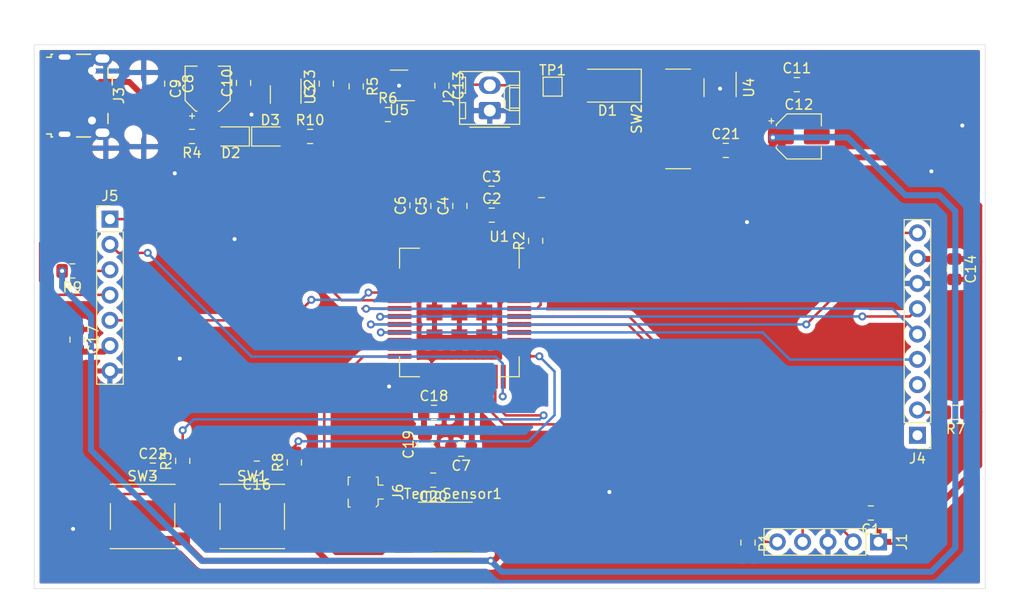
<source format=kicad_pcb>
(kicad_pcb (version 20171130) (host pcbnew "(5.1.5)-3")
  (layers (0 F.Cu signal) (31 B.Cu signal) (34 B.Paste user) (35 F.Paste user) (36 B.SilkS user) (37 F.SilkS user) (38 B.Mask user) (39 F.Mask user) (44 Edge.Cuts user))
  (net 0 "")
  (net 1 +3V3)
  (net 2 +5V)
  (net 3 "Net-(J1-Pad2)")
  (net 4 "Net-(J1-Pad4)")
  (net 5 "Net-(J1-Pad5)")
  (net 6 "Net-(J3-Pad2)")
  (net 7 "Net-(J3-Pad4)")
  (net 8 "Net-(J3-Pad3)")
  (net 9 "Net-(R2-Pad1)")
  (net 10 "Net-(U1-Pad38)")
  (net 11 "Net-(U1-Pad23)")
  (net 12 "Net-(U1-Pad22)")
  (net 13 "Net-(U1-Pad15)")
  (net 14 "Net-(U1-Pad40)")
  (net 15 "Net-(U1-Pad39)")
  (net 16 "Net-(U1-Pad33)")
  (net 17 "Net-(U1-Pad31)")
  (net 18 "Net-(U1-Pad30)")
  (net 19 "Net-(U1-Pad29)")
  (net 20 "Net-(U1-Pad28)")
  (net 21 "Net-(U1-Pad11)")
  (net 22 "Net-(U1-Pad10)")
  (net 23 "Net-(U1-Pad9)")
  (net 24 "Net-(U1-Pad8)")
  (net 25 "Net-(U1-Pad2)")
  (net 26 "Net-(U1-Pad1)")
  (net 27 "Net-(U1-Pad45)")
  (net 28 "Net-(U1-Pad48)")
  (net 29 "Net-(C13-Pad1)")
  (net 30 "Net-(C16-Pad1)")
  (net 31 "Net-(C18-Pad1)")
  (net 32 "Net-(C19-Pad1)")
  (net 33 "Net-(C21-Pad1)")
  (net 34 "Net-(J4-Pad1)")
  (net 35 "Net-(J4-Pad2)")
  (net 36 "Net-(J4-Pad3)")
  (net 37 "Net-(J4-Pad4)")
  (net 38 "Net-(J4-Pad5)")
  (net 39 "Net-(J4-Pad6)")
  (net 40 "Net-(J4-Pad9)")
  (net 41 "Net-(J5-Pad1)")
  (net 42 "Net-(J5-Pad2)")
  (net 43 "Net-(J5-Pad3)")
  (net 44 "Net-(J5-Pad4)")
  (net 45 "Net-(R5-Pad2)")
  (net 46 "Net-(R6-Pad1)")
  (net 47 "Net-(R8-Pad2)")
  (net 48 "Net-(SW2-Pad3)")
  (net 49 "Net-(TempSensor1-Pad1)")
  (net 50 "Net-(R3-Pad2)")
  (net 51 "Net-(D2-Pad2)")
  (net 52 "Net-(D3-Pad2)")
  (net 53 "Net-(C22-Pad2)")
  (net 54 "Net-(J5-Pad5)")
  (net 55 "Net-(SW2-Pad2)")
  (net 56 GND)
  (net 57 "Net-(C23-Pad1)")
  (net 58 "Net-(R4-Pad2)")
  (net 59 "Net-(R10-Pad2)")
  (module Connector_USB:USB_Micro-B_Wuerth_629105150521 (layer F.Cu) (at 64.1 99.9 270)
    (fp_text reference J3 (at 0 -3.5 90) (layer F.SilkS))
    (fp_text value USB_OTG)
    (pad "" np_thru_hole oval (at 2.5 -0.8 270) (size 0.8 0.8) (drill 0.8) (layers *.Cu *.Mask))
    (pad "" np_thru_hole oval (at -2.5 -0.8 270) (size 0.8 0.8) (drill 0.8) (layers *.Cu *.Mask))
    (pad 6 thru_hole oval (at 3.875 1.95 270) (size 1.15 1.8) (drill oval 0.55 1.2) (layers *.Cu *.Mask) (net 56 GND))
    (pad 6 thru_hole oval (at -3.875 1.95 270) (size 1.15 1.8) (drill oval 0.55 1.2) (layers *.Cu *.Mask) (net 56 GND))
    (pad 6 thru_hole oval (at 3.725 -1.85 270) (size 1.45 2) (drill oval 0.85 1.4) (layers *.Cu *.Mask) (net 56 GND))
    (pad 6 thru_hole oval (at -3.725 -1.85 270) (size 1.45 2) (drill oval 0.85 1.4) (layers *.Cu *.Mask) (net 56 GND))
    (pad 5 smd rect (at 1.3 -1.9 270) (size 0.45 1.3) (layers F.Cu F.Paste F.Mask) (net 56 GND))
    (pad 4 smd rect (at 0.65 -1.9 270) (size 0.45 1.3) (layers F.Cu F.Paste F.Mask) (net 7 "Net-(J3-Pad4)"))
    (pad 3 smd rect (at 0 -1.9 270) (size 0.45 1.3) (layers F.Cu F.Paste F.Mask) (net 8 "Net-(J3-Pad3)"))
    (pad 2 smd rect (at -0.65 -1.9 270) (size 0.45 1.3) (layers F.Cu F.Paste F.Mask) (net 6 "Net-(J3-Pad2)"))
    (pad 1 smd rect (at -1.3 -1.9 270) (size 0.45 1.3) (layers F.Cu F.Paste F.Mask) (net 2 +5V))
  )
  (module Resistor_SMD:R_0805_2012Metric_Pad1.15x1.40mm_HandSolder (layer F.Cu) (at 86.775 104)
    (fp_text reference R10 (at 0 -1.65) (layer F.SilkS))
    (fp_text value 680)
    (pad 2 smd roundrect (at 1.025 0) (size 1.15 1.4) (layers F.Cu F.Paste F.Mask) (roundrect_rratio 0.217391) (net 59 "Net-(R10-Pad2)"))
    (pad 1 smd roundrect (at -1.025 0) (size 1.15 1.4) (layers F.Cu F.Paste F.Mask) (roundrect_rratio 0.217391) (net 52 "Net-(D3-Pad2)"))
  )
  (module Resistor_SMD:R_0805_2012Metric_Pad1.15x1.40mm_HandSolder (layer F.Cu) (at 74.925 104 180)
    (fp_text reference R4 (at 0 -1.65) (layer F.SilkS))
    (fp_text value 680)
    (pad 2 smd roundrect (at 1.025 0 180) (size 1.15 1.4) (layers F.Cu F.Paste F.Mask) (roundrect_rratio 0.217391) (net 58 "Net-(R4-Pad2)"))
    (pad 1 smd roundrect (at -1.025 0 180) (size 1.15 1.4) (layers F.Cu F.Paste F.Mask) (roundrect_rratio 0.217391) (net 51 "Net-(D2-Pad2)"))
  )
  (module Capacitor_SMD:C_0805_2012Metric_Pad1.15x1.40mm_HandSolder (layer F.Cu) (at 88.4 98.7 90)
    (fp_text reference C23 (at 0 -1.65 90) (layer F.SilkS))
    (fp_text value 100nF)
    (pad 2 smd roundrect (at 1.025 0 90) (size 1.15 1.4) (layers F.Cu F.Paste F.Mask) (roundrect_rratio 0.217391) (net 56 GND))
    (pad 1 smd roundrect (at -1.025 0 90) (size 1.15 1.4) (layers F.Cu F.Paste F.Mask) (roundrect_rratio 0.217391) (net 57 "Net-(C23-Pad1)"))
  )
  (module LED_SMD:LED_0805_2012Metric_Pad1.15x1.40mm_HandSolder (layer F.Cu) (at 82.775 104)
    (fp_text reference D3 (at 0 -1.65) (layer F.SilkS))
    (fp_text value LED)
    (pad 2 smd roundrect (at 1.025 0) (size 1.15 1.4) (layers F.Cu F.Paste F.Mask) (roundrect_rratio 0.217391) (net 52 "Net-(D3-Pad2)"))
    (pad 1 smd roundrect (at -1.025 0) (size 1.15 1.4) (layers F.Cu F.Paste F.Mask) (roundrect_rratio 0.217391) (net 56 GND))
  )
  (module LED_SMD:LED_0805_2012Metric_Pad1.15x1.40mm_HandSolder (layer F.Cu) (at 78.825 104 180)
    (fp_text reference D2 (at 0 -1.65) (layer F.SilkS))
    (fp_text value LED)
    (pad 2 smd roundrect (at 1.025 0 180) (size 1.15 1.4) (layers F.Cu F.Paste F.Mask) (roundrect_rratio 0.217391) (net 51 "Net-(D2-Pad2)"))
    (pad 1 smd roundrect (at -1.025 0 180) (size 1.15 1.4) (layers F.Cu F.Paste F.Mask) (roundrect_rratio 0.217391) (net 56 GND))
  )
  (module Button_Switch_SMD:SW_Push_1P1T_NO_6x6mm_H9.5mm (layer F.Cu) (at 69.975 142.15)
    (fp_text reference SW3 (at 0 -4.05) (layer F.SilkS))
    (fp_text value SW_Push)
    (pad 2 smd rect (at 3.975 2.25) (size 1.55 1.3) (layers F.Cu F.Paste F.Mask) (net 1 +3V3))
    (pad 1 smd rect (at 3.975 -2.25) (size 1.55 1.3) (layers F.Cu F.Paste F.Mask) (net 53 "Net-(C22-Pad2)"))
    (pad 1 smd rect (at -3.975 -2.25) (size 1.55 1.3) (layers F.Cu F.Paste F.Mask) (net 53 "Net-(C22-Pad2)"))
    (pad 2 smd rect (at -3.975 2.25) (size 1.55 1.3) (layers F.Cu F.Paste F.Mask) (net 1 +3V3))
  )
  (module Resistor_SMD:R_0805_2012Metric_Pad1.15x1.40mm_HandSolder (layer F.Cu) (at 74 136.575 90)
    (fp_text reference R3 (at 0 -1.65 90) (layer F.SilkS))
    (fp_text value 1k)
    (pad 2 smd roundrect (at 1.025 0 90) (size 1.15 1.4) (layers F.Cu F.Paste F.Mask) (roundrect_rratio 0.217391) (net 50 "Net-(R3-Pad2)"))
    (pad 1 smd roundrect (at -1.025 0 90) (size 1.15 1.4) (layers F.Cu F.Paste F.Mask) (roundrect_rratio 0.217391) (net 53 "Net-(C22-Pad2)"))
  )
  (module Capacitor_SMD:C_0805_2012Metric_Pad1.15x1.40mm_HandSolder (layer F.Cu) (at 71 137.5)
    (fp_text reference C22 (at 0 -1.65) (layer F.SilkS))
    (fp_text value 10u)
    (pad 2 smd roundrect (at 1.025 0) (size 1.15 1.4) (layers F.Cu F.Paste F.Mask) (roundrect_rratio 0.217391) (net 53 "Net-(C22-Pad2)"))
    (pad 1 smd roundrect (at -1.025 0) (size 1.15 1.4) (layers F.Cu F.Paste F.Mask) (roundrect_rratio 0.217391) (net 56 GND))
  )
  (module Capacitor_SMD:C_0805_2012Metric_Pad1.15x1.40mm_HandSolder (layer F.Cu) (at 100 98.9 270)
    (fp_text reference C13 (at 0 -1.65 90) (layer F.SilkS))
    (fp_text value 100n)
    (pad 1 smd roundrect (at -1.025 0 270) (size 1.15 1.4) (layers F.Cu F.Paste F.Mask) (roundrect_rratio 0.217391) (net 29 "Net-(C13-Pad1)"))
    (pad 2 smd roundrect (at 1.025 0 270) (size 1.15 1.4) (layers F.Cu F.Paste F.Mask) (roundrect_rratio 0.217391) (net 56 GND))
  )
  (module Capacitor_SMD:C_0805_2012Metric_Pad1.15x1.40mm_HandSolder (layer F.Cu) (at 151.4 117.325 270)
    (fp_text reference C14 (at 0 -1.65 90) (layer F.SilkS))
    (fp_text value 100n)
    (pad 2 smd roundrect (at 1.025 0 270) (size 1.15 1.4) (layers F.Cu F.Paste F.Mask) (roundrect_rratio 0.217391) (net 56 GND))
    (pad 1 smd roundrect (at -1.025 0 270) (size 1.15 1.4) (layers F.Cu F.Paste F.Mask) (roundrect_rratio 0.217391) (net 1 +3V3))
  )
  (module Capacitor_SMD:C_0805_2012Metric_Pad1.15x1.40mm_HandSolder (layer F.Cu) (at 81.425 137.3 180)
    (fp_text reference C16 (at 0 -1.65) (layer F.SilkS))
    (fp_text value 10u)
    (pad 1 smd roundrect (at -1.025 0 180) (size 1.15 1.4) (layers F.Cu F.Paste F.Mask) (roundrect_rratio 0.217391) (net 30 "Net-(C16-Pad1)"))
    (pad 2 smd roundrect (at 1.025 0 180) (size 1.15 1.4) (layers F.Cu F.Paste F.Mask) (roundrect_rratio 0.217391) (net 56 GND))
  )
  (module Capacitor_SMD:C_0805_2012Metric_Pad1.15x1.40mm_HandSolder (layer F.Cu) (at 63.4 124.4 270)
    (fp_text reference C17 (at 0 -1.65 90) (layer F.SilkS))
    (fp_text value 10u)
    (pad 1 smd roundrect (at -1.025 0 270) (size 1.15 1.4) (layers F.Cu F.Paste F.Mask) (roundrect_rratio 0.217391) (net 56 GND))
    (pad 2 smd roundrect (at 1.025 0 270) (size 1.15 1.4) (layers F.Cu F.Paste F.Mask) (roundrect_rratio 0.217391) (net 1 +3V3))
  )
  (module Capacitor_SMD:C_0805_2012Metric_Pad1.15x1.40mm_HandSolder (layer F.Cu) (at 99.2 131.7)
    (fp_text reference C18 (at 0 -1.65) (layer F.SilkS))
    (fp_text value 100n)
    (pad 2 smd roundrect (at 1.025 0) (size 1.15 1.4) (layers F.Cu F.Paste F.Mask) (roundrect_rratio 0.217391) (net 56 GND))
    (pad 1 smd roundrect (at -1.025 0) (size 1.15 1.4) (layers F.Cu F.Paste F.Mask) (roundrect_rratio 0.217391) (net 31 "Net-(C18-Pad1)"))
  )
  (module Capacitor_SMD:C_0805_2012Metric_Pad1.15x1.40mm_HandSolder (layer F.Cu) (at 98.3 134.925 90)
    (fp_text reference C19 (at 0 -1.65 90) (layer F.SilkS))
    (fp_text value 100p)
    (pad 1 smd roundrect (at -1.025 0 90) (size 1.15 1.4) (layers F.Cu F.Paste F.Mask) (roundrect_rratio 0.217391) (net 32 "Net-(C19-Pad1)"))
    (pad 2 smd roundrect (at 1.025 0 90) (size 1.15 1.4) (layers F.Cu F.Paste F.Mask) (roundrect_rratio 0.217391) (net 31 "Net-(C18-Pad1)"))
  )
  (module Capacitor_SMD:C_0805_2012Metric_Pad1.15x1.40mm_HandSolder (layer F.Cu) (at 99.125 138.5 180)
    (fp_text reference C20 (at 0 -1.65) (layer F.SilkS))
    (fp_text value 100n)
    (pad 2 smd roundrect (at 1.025 0 180) (size 1.15 1.4) (layers F.Cu F.Paste F.Mask) (roundrect_rratio 0.217391) (net 32 "Net-(C19-Pad1)"))
    (pad 1 smd roundrect (at -1.025 0 180) (size 1.15 1.4) (layers F.Cu F.Paste F.Mask) (roundrect_rratio 0.217391) (net 56 GND))
  )
  (module Capacitor_SMD:C_0805_2012Metric_Pad1.15x1.40mm_HandSolder (layer F.Cu) (at 128.475 105.4)
    (fp_text reference C21 (at 0 -1.65) (layer F.SilkS))
    (fp_text value C)
    (pad 1 smd roundrect (at -1.025 0) (size 1.15 1.4) (layers F.Cu F.Paste F.Mask) (roundrect_rratio 0.217391) (net 33 "Net-(C21-Pad1)"))
    (pad 2 smd roundrect (at 1.025 0) (size 1.15 1.4) (layers F.Cu F.Paste F.Mask) (roundrect_rratio 0.217391) (net 56 GND))
  )
  (module Diode_SMD:D_SMA (layer F.Cu) (at 116.6 98.9 180)
    (fp_text reference D1 (at 0 -2.5) (layer F.SilkS))
    (fp_text value B140-E3)
    (pad 1 smd rect (at -2 0 180) (size 2.5 1.8) (layers F.Cu F.Paste F.Mask) (net 57 "Net-(C23-Pad1)"))
    (pad 2 smd rect (at 2 0 180) (size 2.5 1.8) (layers F.Cu F.Paste F.Mask) (net 29 "Net-(C13-Pad1)"))
  )
  (module Connector_Molex:Molex_KK-254_AE-6410-02A_1x02_P2.54mm_Vertical (layer F.Cu) (at 104.8 101.4 90)
    (fp_text reference J2 (at 1.27 -4.12 90) (layer F.SilkS))
    (fp_text value Conn_01x02_Male)
    (pad 1 thru_hole roundrect (at 0 0 90) (size 1.74 2.2) (drill 1.2) (layers *.Cu *.Mask) (roundrect_rratio 0.143678) (net 56 GND))
    (pad 2 thru_hole oval (at 2.54 0 90) (size 1.74 2.2) (drill 1.2) (layers *.Cu *.Mask) (net 29 "Net-(C13-Pad1)"))
  )
  (module Connector_PinHeader_2.54mm:PinHeader_1x09_P2.54mm_Vertical (layer F.Cu) (at 147.7 134 180)
    (fp_text reference J4 (at 0 -2.33) (layer F.SilkS))
    (fp_text value "Connection For GPS Module")
    (pad 1 thru_hole rect (at 0 0 180) (size 1.7 1.7) (drill 1) (layers *.Cu *.Mask) (net 34 "Net-(J4-Pad1)"))
    (pad 2 thru_hole oval (at 0 2.54 180) (size 1.7 1.7) (drill 1) (layers *.Cu *.Mask) (net 35 "Net-(J4-Pad2)"))
    (pad 3 thru_hole oval (at 0 5.08 180) (size 1.7 1.7) (drill 1) (layers *.Cu *.Mask) (net 36 "Net-(J4-Pad3)"))
    (pad 4 thru_hole oval (at 0 7.62 180) (size 1.7 1.7) (drill 1) (layers *.Cu *.Mask) (net 37 "Net-(J4-Pad4)"))
    (pad 5 thru_hole oval (at 0 10.16 180) (size 1.7 1.7) (drill 1) (layers *.Cu *.Mask) (net 38 "Net-(J4-Pad5)"))
    (pad 6 thru_hole oval (at 0 12.7 180) (size 1.7 1.7) (drill 1) (layers *.Cu *.Mask) (net 39 "Net-(J4-Pad6)"))
    (pad 7 thru_hole oval (at 0 15.24 180) (size 1.7 1.7) (drill 1) (layers *.Cu *.Mask) (net 56 GND))
    (pad 8 thru_hole oval (at 0 17.78 180) (size 1.7 1.7) (drill 1) (layers *.Cu *.Mask) (net 1 +3V3))
    (pad 9 thru_hole oval (at 0 20.32 180) (size 1.7 1.7) (drill 1) (layers *.Cu *.Mask) (net 40 "Net-(J4-Pad9)"))
  )
  (module Connector_PinHeader_2.54mm:PinHeader_1x07_P2.54mm_Vertical (layer F.Cu) (at 66.7 112.3)
    (fp_text reference J5 (at 0 -2.33) (layer F.SilkS))
    (fp_text value "Connection for OLED Display")
    (pad 1 thru_hole rect (at 0 0) (size 1.7 1.7) (drill 1) (layers *.Cu *.Mask) (net 41 "Net-(J5-Pad1)"))
    (pad 2 thru_hole oval (at 0 2.54) (size 1.7 1.7) (drill 1) (layers *.Cu *.Mask) (net 42 "Net-(J5-Pad2)"))
    (pad 3 thru_hole oval (at 0 5.08) (size 1.7 1.7) (drill 1) (layers *.Cu *.Mask) (net 43 "Net-(J5-Pad3)"))
    (pad 4 thru_hole oval (at 0 7.62) (size 1.7 1.7) (drill 1) (layers *.Cu *.Mask) (net 44 "Net-(J5-Pad4)"))
    (pad 5 thru_hole oval (at 0 10.16) (size 1.7 1.7) (drill 1) (layers *.Cu *.Mask) (net 54 "Net-(J5-Pad5)"))
    (pad 6 thru_hole oval (at 0 12.7) (size 1.7 1.7) (drill 1) (layers *.Cu *.Mask) (net 1 +3V3))
    (pad 7 thru_hole oval (at 0 15.24) (size 1.7 1.7) (drill 1) (layers *.Cu *.Mask) (net 56 GND))
  )
  (module Connector_Coaxial:U.FL_Molex_MCRF_73412-0110_Vertical (layer F.Cu) (at 92.1 139.7 90)
    (fp_text reference J6 (at 0 3.5 90) (layer F.SilkS))
    (fp_text value Conn_Coaxial)
    (pad 2 smd rect (at -1.475 0 90) (size 1.05 2.2) (layers F.Cu F.Paste F.Mask) (net 56 GND))
    (pad 2 smd rect (at 1.475 0 90) (size 1.05 2.2) (layers F.Cu F.Paste F.Mask) (net 56 GND))
    (pad 2 smd rect (at 0 -1.5 90) (size 1 1) (layers F.Cu F.Paste F.Mask) (net 56 GND))
    (pad 1 smd rect (at 0 1.5 90) (size 1 1) (layers F.Cu F.Paste F.Mask) (net 32 "Net-(C19-Pad1)"))
  )
  (module Resistor_SMD:R_0805_2012Metric_Pad1.15x1.40mm_HandSolder (layer F.Cu) (at 91.4 98.975 270)
    (fp_text reference R5 (at 0 -1.65 90) (layer F.SilkS))
    (fp_text value 1k)
    (pad 1 smd roundrect (at -1.025 0 270) (size 1.15 1.4) (layers F.Cu F.Paste F.Mask) (roundrect_rratio 0.217391) (net 57 "Net-(C23-Pad1)"))
    (pad 2 smd roundrect (at 1.025 0 270) (size 1.15 1.4) (layers F.Cu F.Paste F.Mask) (roundrect_rratio 0.217391) (net 45 "Net-(R5-Pad2)"))
  )
  (module Resistor_SMD:R_0805_2012Metric_Pad1.15x1.40mm_HandSolder (layer F.Cu) (at 94.575 101.8)
    (fp_text reference R6 (at 0 -1.65) (layer F.SilkS))
    (fp_text value 10K)
    (pad 1 smd roundrect (at -1.025 0) (size 1.15 1.4) (layers F.Cu F.Paste F.Mask) (roundrect_rratio 0.217391) (net 46 "Net-(R6-Pad1)"))
    (pad 2 smd roundrect (at 1.025 0) (size 1.15 1.4) (layers F.Cu F.Paste F.Mask) (roundrect_rratio 0.217391) (net 56 GND))
  )
  (module Resistor_SMD:R_0805_2012Metric_Pad1.15x1.40mm_HandSolder (layer F.Cu) (at 151.525 131.7 180)
    (fp_text reference R7 (at 0 -1.65) (layer F.SilkS))
    (fp_text value 10k)
    (pad 1 smd roundrect (at -1.025 0 180) (size 1.15 1.4) (layers F.Cu F.Paste F.Mask) (roundrect_rratio 0.217391) (net 1 +3V3))
    (pad 2 smd roundrect (at 1.025 0 180) (size 1.15 1.4) (layers F.Cu F.Paste F.Mask) (roundrect_rratio 0.217391) (net 35 "Net-(J4-Pad2)"))
  )
  (module Resistor_SMD:R_0805_2012Metric_Pad1.15x1.40mm_HandSolder (layer F.Cu) (at 85.2 136.725 90)
    (fp_text reference R8 (at 0 -1.65 90) (layer F.SilkS))
    (fp_text value 1k)
    (pad 2 smd roundrect (at 1.025 0 90) (size 1.15 1.4) (layers F.Cu F.Paste F.Mask) (roundrect_rratio 0.217391) (net 47 "Net-(R8-Pad2)"))
    (pad 1 smd roundrect (at -1.025 0 90) (size 1.15 1.4) (layers F.Cu F.Paste F.Mask) (roundrect_rratio 0.217391) (net 30 "Net-(C16-Pad1)"))
  )
  (module Resistor_SMD:R_0805_2012Metric_Pad1.15x1.40mm_HandSolder (layer F.Cu) (at 62.925 117.5 180)
    (fp_text reference R9 (at 0 -1.65) (layer F.SilkS))
    (fp_text value 1k)
    (pad 2 smd roundrect (at 1.025 0 180) (size 1.15 1.4) (layers F.Cu F.Paste F.Mask) (roundrect_rratio 0.217391) (net 1 +3V3))
    (pad 1 smd roundrect (at -1.025 0 180) (size 1.15 1.4) (layers F.Cu F.Paste F.Mask) (roundrect_rratio 0.217391) (net 43 "Net-(J5-Pad3)"))
  )
  (module Button_Switch_SMD:SW_Push_1P1T_NO_6x6mm_H9.5mm (layer F.Cu) (at 80.975 142.15)
    (fp_text reference SW1 (at 0 -4.05) (layer F.SilkS))
    (fp_text value SW_Push)
    (pad 2 smd rect (at -3.975 2.25) (size 1.55 1.3) (layers F.Cu F.Paste F.Mask) (net 1 +3V3))
    (pad 1 smd rect (at -3.975 -2.25) (size 1.55 1.3) (layers F.Cu F.Paste F.Mask) (net 30 "Net-(C16-Pad1)"))
    (pad 1 smd rect (at 3.975 -2.25) (size 1.55 1.3) (layers F.Cu F.Paste F.Mask) (net 30 "Net-(C16-Pad1)"))
    (pad 2 smd rect (at 3.975 2.25) (size 1.55 1.3) (layers F.Cu F.Paste F.Mask) (net 1 +3V3))
  )
  (module Lab_1_footprint_lib:Power_Switch_cuuul (layer F.Cu) (at 123.7 102.24 90)
    (fp_text reference SW2 (at 0.02 -4.16 90) (layer F.SilkS))
    (fp_text value SW_SPDT)
    (pad 3 smd rect (at -2.54 -1.5 90) (size 0.94 3.22) (layers F.Cu F.Paste F.Mask) (net 48 "Net-(SW2-Pad3)"))
    (pad 1 smd rect (at 2.54 -1.5 90) (size 0.94 3.22) (layers F.Cu F.Paste F.Mask) (net 57 "Net-(C23-Pad1)"))
    (pad 2 smd rect (at 0 1.5 90) (size 0.94 3.22) (layers F.Cu F.Paste F.Mask) (net 55 "Net-(SW2-Pad2)"))
  )
  (module Package_SO:SOIC-8_3.9x4.9mm_P1.27mm (layer F.Cu) (at 101.095 143.275)
    (fp_text reference TempSensor1 (at 0 -3.4) (layer F.SilkS))
    (fp_text value TMP36xS)
    (pad 1 smd roundrect (at -2.475 -1.905) (size 1.95 0.6) (layers F.Cu F.Paste F.Mask) (net 49 "Net-(TempSensor1-Pad1)"))
    (pad 2 smd roundrect (at -2.475 -0.635) (size 1.95 0.6) (layers F.Cu F.Paste F.Mask))
    (pad 3 smd roundrect (at -2.475 0.635) (size 1.95 0.6) (layers F.Cu F.Paste F.Mask))
    (pad 4 smd roundrect (at -2.475 1.905) (size 1.95 0.6) (layers F.Cu F.Paste F.Mask) (net 56 GND))
    (pad 5 smd roundrect (at 2.475 1.905) (size 1.95 0.6) (layers F.Cu F.Paste F.Mask) (net 1 +3V3))
    (pad 6 smd roundrect (at 2.475 0.635) (size 1.95 0.6) (layers F.Cu F.Paste F.Mask))
    (pad 7 smd roundrect (at 2.475 -0.635) (size 1.95 0.6) (layers F.Cu F.Paste F.Mask))
    (pad 8 smd roundrect (at 2.475 -1.905) (size 1.95 0.6) (layers F.Cu F.Paste F.Mask) (net 1 +3V3))
  )
  (module TestPoint:TestPoint_Pad_1.5x1.5mm (layer F.Cu) (at 111.1 99)
    (fp_text reference TP1 (at 0 -1.648) (layer F.SilkS))
    (fp_text value TestPoint)
    (pad 1 smd rect (at 0 0) (size 1.5 1.5) (layers F.Cu F.Mask) (net 29 "Net-(C13-Pad1)"))
  )
  (module Package_TO_SOT_SMD:TSOT-23-5_HandSoldering (layer F.Cu) (at 84.35 99.79 270)
    (fp_text reference U3 (at 0 -2.45 90) (layer F.SilkS))
    (fp_text value RT9701)
    (pad 5 smd rect (at 1.71 -0.95 270) (size 2 0.65) (layers F.Cu F.Paste F.Mask) (net 57 "Net-(C23-Pad1)"))
    (pad 4 smd rect (at 1.71 0.95 270) (size 2 0.65) (layers F.Cu F.Paste F.Mask) (net 2 +5V))
    (pad 3 smd rect (at -1.71 0.95 270) (size 2 0.65) (layers F.Cu F.Paste F.Mask) (net 2 +5V))
    (pad 2 smd rect (at -1.71 0 270) (size 2 0.65) (layers F.Cu F.Paste F.Mask) (net 56 GND))
    (pad 1 smd rect (at -1.71 -0.95 270) (size 2 0.65) (layers F.Cu F.Paste F.Mask) (net 57 "Net-(C23-Pad1)"))
  )
  (module Package_TO_SOT_SMD:SOT-23-5 (layer F.Cu) (at 127.9 99.1 270)
    (fp_text reference U4 (at 0 -2.9 90) (layer F.SilkS))
    (fp_text value SPX3819M5-L-3-3)
    (pad 1 smd rect (at -1.1 -0.95 270) (size 1.06 0.65) (layers F.Cu F.Paste F.Mask) (net 55 "Net-(SW2-Pad2)"))
    (pad 2 smd rect (at -1.1 0 270) (size 1.06 0.65) (layers F.Cu F.Paste F.Mask) (net 56 GND))
    (pad 3 smd rect (at -1.1 0.95 270) (size 1.06 0.65) (layers F.Cu F.Paste F.Mask) (net 55 "Net-(SW2-Pad2)"))
    (pad 4 smd rect (at 1.1 0.95 270) (size 1.06 0.65) (layers F.Cu F.Paste F.Mask) (net 33 "Net-(C21-Pad1)"))
    (pad 5 smd rect (at 1.1 -0.95 270) (size 1.06 0.65) (layers F.Cu F.Paste F.Mask) (net 1 +3V3))
  )
  (module Package_TO_SOT_SMD:TSOT-23-5_HandSoldering (layer F.Cu) (at 95.7 98.9 180)
    (fp_text reference U5 (at 0 -2.45) (layer F.SilkS))
    (fp_text value MCP73831-2-OT)
    (pad 1 smd rect (at -1.71 -0.95 180) (size 2 0.65) (layers F.Cu F.Paste F.Mask) (net 45 "Net-(R5-Pad2)"))
    (pad 2 smd rect (at -1.71 0 180) (size 2 0.65) (layers F.Cu F.Paste F.Mask) (net 56 GND))
    (pad 3 smd rect (at -1.71 0.95 180) (size 2 0.65) (layers F.Cu F.Paste F.Mask) (net 29 "Net-(C13-Pad1)"))
    (pad 4 smd rect (at 1.71 0.95 180) (size 2 0.65) (layers F.Cu F.Paste F.Mask) (net 57 "Net-(C23-Pad1)"))
    (pad 5 smd rect (at 1.71 -0.95 180) (size 2 0.65) (layers F.Cu F.Paste F.Mask) (net 46 "Net-(R6-Pad1)"))
  )
  (module Capacitor_SMD:C_0805_2012Metric_Pad1.15x1.40mm_HandSolder (layer F.Cu) (at 143.025 141.8 180)
    (fp_text reference C1 (at 0 -1.65) (layer F.SilkS))
    (fp_text value 100nF)
    (pad 1 smd roundrect (at -1.025 0 180) (size 1.15 1.4) (layers F.Cu F.Paste F.Mask) (roundrect_rratio 0.217391) (net 1 +3V3))
    (pad 2 smd roundrect (at 1.025 0 180) (size 1.15 1.4) (layers F.Cu F.Paste F.Mask) (roundrect_rratio 0.217391) (net 56 GND))
  )
  (module Capacitor_SMD:C_0805_2012Metric_Pad1.15x1.40mm_HandSolder (layer F.Cu) (at 105 111.9)
    (fp_text reference C2 (at 0 -1.65) (layer F.SilkS))
    (fp_text value 100n)
    (pad 2 smd roundrect (at 1.025 0) (size 1.15 1.4) (layers F.Cu F.Paste F.Mask) (roundrect_rratio 0.217391) (net 56 GND))
    (pad 1 smd roundrect (at -1.025 0) (size 1.15 1.4) (layers F.Cu F.Paste F.Mask) (roundrect_rratio 0.217391) (net 1 +3V3))
  )
  (module Capacitor_SMD:C_0805_2012Metric_Pad1.15x1.40mm_HandSolder (layer F.Cu) (at 104.975 109.7)
    (fp_text reference C3 (at 0 -1.65) (layer F.SilkS))
    (fp_text value 100nF)
    (pad 2 smd roundrect (at 1.025 0) (size 1.15 1.4) (layers F.Cu F.Paste F.Mask) (roundrect_rratio 0.217391) (net 56 GND))
    (pad 1 smd roundrect (at -1.025 0) (size 1.15 1.4) (layers F.Cu F.Paste F.Mask) (roundrect_rratio 0.217391) (net 1 +3V3))
  )
  (module Capacitor_SMD:C_0805_2012Metric_Pad1.15x1.40mm_HandSolder (layer F.Cu) (at 101.8 110.975 90)
    (fp_text reference C4 (at 0 -1.65 90) (layer F.SilkS))
    (fp_text value 10uF)
    (pad 1 smd roundrect (at -1.025 0 90) (size 1.15 1.4) (layers F.Cu F.Paste F.Mask) (roundrect_rratio 0.217391) (net 1 +3V3))
    (pad 2 smd roundrect (at 1.025 0 90) (size 1.15 1.4) (layers F.Cu F.Paste F.Mask) (roundrect_rratio 0.217391) (net 56 GND))
  )
  (module Capacitor_SMD:C_0805_2012Metric_Pad1.15x1.40mm_HandSolder (layer F.Cu) (at 99.6 110.975 90)
    (fp_text reference C5 (at 0 -1.65 90) (layer F.SilkS))
    (fp_text value 100n)
    (pad 2 smd roundrect (at 1.025 0 90) (size 1.15 1.4) (layers F.Cu F.Paste F.Mask) (roundrect_rratio 0.217391) (net 56 GND))
    (pad 1 smd roundrect (at -1.025 0 90) (size 1.15 1.4) (layers F.Cu F.Paste F.Mask) (roundrect_rratio 0.217391) (net 1 +3V3))
  )
  (module Capacitor_SMD:C_0805_2012Metric_Pad1.15x1.40mm_HandSolder (layer F.Cu) (at 97.5 110.925 90)
    (fp_text reference C6 (at 0 -1.65 90) (layer F.SilkS))
    (fp_text value 100nF)
    (pad 1 smd roundrect (at -1.025 0 90) (size 1.15 1.4) (layers F.Cu F.Paste F.Mask) (roundrect_rratio 0.217391) (net 1 +3V3))
    (pad 2 smd roundrect (at 1.025 0 90) (size 1.15 1.4) (layers F.Cu F.Paste F.Mask) (roundrect_rratio 0.217391) (net 56 GND))
  )
  (module Capacitor_SMD:C_0805_2012Metric_Pad1.15x1.40mm_HandSolder (layer F.Cu) (at 101.925 135.4 180)
    (fp_text reference C7 (at 0 -1.65) (layer F.SilkS))
    (fp_text value 1uF)
    (pad 2 smd roundrect (at 1.025 0 180) (size 1.15 1.4) (layers F.Cu F.Paste F.Mask) (roundrect_rratio 0.217391) (net 56 GND))
    (pad 1 smd roundrect (at -1.025 0 180) (size 1.15 1.4) (layers F.Cu F.Paste F.Mask) (roundrect_rratio 0.217391) (net 1 +3V3))
  )
  (module Capacitor_SMD:C_0805_2012Metric_Pad1.15x1.40mm_HandSolder (layer F.Cu) (at 72.9 98.7 270)
    (fp_text reference C8 (at 0 -1.65 90) (layer F.SilkS))
    (fp_text value 100nF)
    (pad 1 smd roundrect (at -1.025 0 270) (size 1.15 1.4) (layers F.Cu F.Paste F.Mask) (roundrect_rratio 0.217391) (net 56 GND))
    (pad 2 smd roundrect (at 1.025 0 270) (size 1.15 1.4) (layers F.Cu F.Paste F.Mask) (roundrect_rratio 0.217391) (net 2 +5V))
  )
  (module Capacitor_SMD:CP_Elec_4x4.5 (layer F.Cu) (at 76.5 99.2 90)
    (fp_text reference C9 (at 0 -3.2 90) (layer F.SilkS))
    (fp_text value 10uF)
    (pad 2 smd roundrect (at 1.8 0 90) (size 2.6 1.6) (layers F.Cu F.Paste F.Mask) (roundrect_rratio 0.15625) (net 56 GND))
    (pad 1 smd roundrect (at -1.8 0 90) (size 2.6 1.6) (layers F.Cu F.Paste F.Mask) (roundrect_rratio 0.15625) (net 2 +5V))
  )
  (module Capacitor_SMD:C_0805_2012Metric_Pad1.15x1.40mm_HandSolder (layer F.Cu) (at 80.1 98.625 90)
    (fp_text reference C10 (at 0 -1.65 90) (layer F.SilkS))
    (fp_text value 100nF)
    (pad 1 smd roundrect (at -1.025 0 90) (size 1.15 1.4) (layers F.Cu F.Paste F.Mask) (roundrect_rratio 0.217391) (net 2 +5V))
    (pad 2 smd roundrect (at 1.025 0 90) (size 1.15 1.4) (layers F.Cu F.Paste F.Mask) (roundrect_rratio 0.217391) (net 56 GND))
  )
  (module Capacitor_SMD:C_0805_2012Metric_Pad1.15x1.40mm_HandSolder (layer F.Cu) (at 135.6 98.8)
    (fp_text reference C11 (at 0 -1.65) (layer F.SilkS))
    (fp_text value 100nF)
    (pad 2 smd roundrect (at 1.025 0) (size 1.15 1.4) (layers F.Cu F.Paste F.Mask) (roundrect_rratio 0.217391) (net 56 GND))
    (pad 1 smd roundrect (at -1.025 0) (size 1.15 1.4) (layers F.Cu F.Paste F.Mask) (roundrect_rratio 0.217391) (net 1 +3V3))
  )
  (module Capacitor_SMD:CP_Elec_4x4.5 (layer F.Cu) (at 135.8 104)
    (fp_text reference C12 (at 0 -3.2) (layer F.SilkS))
    (fp_text value 10uF)
    (pad 1 smd roundrect (at -1.8 0) (size 2.6 1.6) (layers F.Cu F.Paste F.Mask) (roundrect_rratio 0.15625) (net 1 +3V3))
    (pad 2 smd roundrect (at 1.8 0) (size 2.6 1.6) (layers F.Cu F.Paste F.Mask) (roundrect_rratio 0.15625) (net 56 GND))
  )
  (module Connector_PinHeader_2.54mm:PinHeader_1x05_P2.54mm_Vertical (layer F.Cu) (at 143.8 144.7 270)
    (fp_text reference J1 (at 0 -2.33 90) (layer F.SilkS))
    (fp_text value Conn_01x05_Male)
    (pad 1 thru_hole rect (at 0 0 270) (size 1.7 1.7) (drill 1) (layers *.Cu *.Mask) (net 1 +3V3))
    (pad 2 thru_hole oval (at 0 2.54 270) (size 1.7 1.7) (drill 1) (layers *.Cu *.Mask) (net 3 "Net-(J1-Pad2)"))
    (pad 3 thru_hole oval (at 0 5.08 270) (size 1.7 1.7) (drill 1) (layers *.Cu *.Mask) (net 56 GND))
    (pad 4 thru_hole oval (at 0 7.62 270) (size 1.7 1.7) (drill 1) (layers *.Cu *.Mask) (net 4 "Net-(J1-Pad4)"))
    (pad 5 thru_hole oval (at 0 10.16 270) (size 1.7 1.7) (drill 1) (layers *.Cu *.Mask) (net 5 "Net-(J1-Pad5)"))
  )
  (module Resistor_SMD:R_0805_2012Metric_Pad1.15x1.40mm_HandSolder (layer F.Cu) (at 130.7 144.775 270)
    (fp_text reference R1 (at 0 -1.65 90) (layer F.SilkS))
    (fp_text value 10k)
    (pad 2 smd roundrect (at 1.025 0 270) (size 1.15 1.4) (layers F.Cu F.Paste F.Mask) (roundrect_rratio 0.217391) (net 56 GND))
    (pad 1 smd roundrect (at -1.025 0 270) (size 1.15 1.4) (layers F.Cu F.Paste F.Mask) (roundrect_rratio 0.217391) (net 5 "Net-(J1-Pad5)"))
  )
  (module Resistor_SMD:R_0805_2012Metric_Pad1.15x1.40mm_HandSolder (layer F.Cu) (at 109.4 114.475 90)
    (fp_text reference R2 (at 0 -1.65 90) (layer F.SilkS))
    (fp_text value 10k)
    (pad 1 smd roundrect (at -1.025 0 90) (size 1.15 1.4) (layers F.Cu F.Paste F.Mask) (roundrect_rratio 0.217391) (net 9 "Net-(R2-Pad1)"))
    (pad 2 smd roundrect (at 1.025 0 90) (size 1.15 1.4) (layers F.Cu F.Paste F.Mask) (roundrect_rratio 0.217391) (net 56 GND))
  )
  (module Lab_1_footprint_lib:CMWX1ZZABZ_longer_padz (layer F.Cu) (at 101.8 121.6 270)
    (fp_text reference U1 (at -7.54 -3.95 180) (layer F.SilkS))
    (fp_text value CMWX1ZZABZ-078)
    (pad 38 smd rect (at 3.67 -5.15) (size 0.8 0.5) (layers F.Cu F.Paste F.Mask) (net 10 "Net-(U1-Pad38)"))
    (pad 26 smd rect (at 5.72 3.65 270) (size 0.8 0.5) (layers F.Cu F.Paste F.Mask) (net 31 "Net-(C18-Pad1)"))
    (pad 25 smd rect (at 5.72 4.45 270) (size 0.8 0.5) (layers F.Cu F.Paste F.Mask) (net 56 GND))
    (pad 24 smd rect (at 4.47 5.25 180) (size 0.8 0.5) (layers F.Cu F.Paste F.Mask) (net 49 "Net-(TempSensor1-Pad1)"))
    (pad 23 smd rect (at 3.67 5.25 180) (size 0.8 0.5) (layers F.Cu F.Paste F.Mask) (net 11 "Net-(U1-Pad23)"))
    (pad 22 smd rect (at 2.87 5.25 180) (size 0.8 0.5) (layers F.Cu F.Paste F.Mask) (net 12 "Net-(U1-Pad22)"))
    (pad 21 smd rect (at 2.07 5.25 180) (size 0.8 0.5) (layers F.Cu F.Paste F.Mask) (net 37 "Net-(J4-Pad4)"))
    (pad 20 smd rect (at 1.27 5.25 180) (size 0.8 0.5) (layers F.Cu F.Paste F.Mask) (net 40 "Net-(J4-Pad9)"))
    (pad 19 smd rect (at 0.47 5.25) (size 0.8 0.5) (layers F.Cu F.Paste F.Mask) (net 39 "Net-(J4-Pad6)"))
    (pad 18 smd rect (at -0.33 5.25) (size 0.8 0.5) (layers F.Cu F.Paste F.Mask) (net 38 "Net-(J4-Pad5)"))
    (pad 17 smd rect (at -1.13 5.25) (size 0.8 0.5) (layers F.Cu F.Paste F.Mask) (net 41 "Net-(J5-Pad1)"))
    (pad 16 smd rect (at -1.93 5.25) (size 0.8 0.5) (layers F.Cu F.Paste F.Mask) (net 54 "Net-(J5-Pad5)"))
    (pad 15 smd rect (at -2.73 5.25) (size 0.8 0.5) (layers F.Cu F.Paste F.Mask) (net 13 "Net-(U1-Pad15)"))
    (pad 14 smd rect (at -3.53 5.25) (size 0.8 0.5) (layers F.Cu F.Paste F.Mask) (net 44 "Net-(J5-Pad4)"))
    (pad 13 smd rect (at -4.33 5.25) (size 0.8 0.5) (layers F.Cu F.Paste F.Mask) (net 58 "Net-(R4-Pad2)"))
    (pad 12 smd rect (at -5.58 4.45 270) (size 0.8 0.5) (layers F.Cu F.Paste F.Mask) (net 59 "Net-(R10-Pad2)"))
    (pad 41 smd rect (at 1.27 -5.15) (size 0.8 0.5) (layers F.Cu F.Paste F.Mask) (net 4 "Net-(J1-Pad4)"))
    (pad 40 smd rect (at 2.07 -5.15) (size 0.8 0.5) (layers F.Cu F.Paste F.Mask) (net 14 "Net-(U1-Pad40)"))
    (pad 39 smd rect (at 2.87 -5.15) (size 0.8 0.5) (layers F.Cu F.Paste F.Mask) (net 15 "Net-(U1-Pad39)"))
    (pad 37 smd rect (at 4.47 -5.15) (size 0.8 0.5) (layers F.Cu F.Paste F.Mask) (net 47 "Net-(R8-Pad2)"))
    (pad 36 smd rect (at 5.72 -4.35 270) (size 0.8 0.5) (layers F.Cu F.Paste F.Mask) (net 42 "Net-(J5-Pad2)"))
    (pad 35 smd rect (at 5.72 -3.55 270) (size 0.8 0.5) (layers F.Cu F.Paste F.Mask) (net 50 "Net-(R3-Pad2)"))
    (pad 34 smd rect (at 5.72 -2.75 270) (size 0.8 0.5) (layers F.Cu F.Paste F.Mask) (net 5 "Net-(J1-Pad5)"))
    (pad 33 smd rect (at 5.72 -1.95 270) (size 0.8 0.5) (layers F.Cu F.Paste F.Mask) (net 16 "Net-(U1-Pad33)"))
    (pad 32 smd rect (at 5.72 -1.15 270) (size 0.8 0.5) (layers F.Cu F.Paste F.Mask) (net 1 +3V3))
    (pad 31 smd rect (at 5.72 -0.35 270) (size 0.8 0.5) (layers F.Cu F.Paste F.Mask) (net 17 "Net-(U1-Pad31)"))
    (pad 30 smd rect (at 5.72 0.45 270) (size 0.8 0.5) (layers F.Cu F.Paste F.Mask) (net 18 "Net-(U1-Pad30)"))
    (pad 29 smd rect (at 5.72 1.25 270) (size 0.8 0.5) (layers F.Cu F.Paste F.Mask) (net 19 "Net-(U1-Pad29)"))
    (pad 28 smd rect (at 5.72 2.05 270) (size 0.8 0.5) (layers F.Cu F.Paste F.Mask) (net 20 "Net-(U1-Pad28)"))
    (pad 27 smd rect (at 5.72 2.85 270) (size 0.8 0.5) (layers F.Cu F.Paste F.Mask) (net 56 GND))
    (pad 11 smd rect (at -5.58 3.65 270) (size 0.8 0.5) (layers F.Cu F.Paste F.Mask) (net 21 "Net-(U1-Pad11)"))
    (pad 10 smd rect (at -5.58 2.85 270) (size 0.8 0.5) (layers F.Cu F.Paste F.Mask) (net 22 "Net-(U1-Pad10)"))
    (pad 9 smd rect (at -5.58 2.05 270) (size 0.8 0.5) (layers F.Cu F.Paste F.Mask) (net 23 "Net-(U1-Pad9)"))
    (pad 8 smd rect (at -5.58 1.25 270) (size 0.8 0.5) (layers F.Cu F.Paste F.Mask) (net 24 "Net-(U1-Pad8)"))
    (pad 7 smd rect (at -5.58 0.45 270) (size 0.8 0.5) (layers F.Cu F.Paste F.Mask) (net 56 GND))
    (pad 6 smd rect (at -5.58 -0.35 270) (size 0.8 0.5) (layers F.Cu F.Paste F.Mask) (net 1 +3V3))
    (pad 5 smd rect (at -5.58 -1.15 270) (size 0.8 0.5) (layers F.Cu F.Paste F.Mask) (net 1 +3V3))
    (pad 4 smd rect (at -5.58 -1.95 270) (size 0.8 0.5) (layers F.Cu F.Paste F.Mask) (net 1 +3V3))
    (pad 3 smd rect (at -5.58 -2.75 270) (size 0.8 0.5) (layers F.Cu F.Paste F.Mask) (net 56 GND))
    (pad 2 smd rect (at -5.58 -3.55 270) (size 0.8 0.5) (layers F.Cu F.Paste F.Mask) (net 25 "Net-(U1-Pad2)"))
    (pad 1 smd rect (at -5.58 -4.35 270) (size 0.8 0.5) (layers F.Cu F.Paste F.Mask) (net 26 "Net-(U1-Pad1)"))
    (pad 42 smd rect (at 0.47 -5.15) (size 0.8 0.5) (layers F.Cu F.Paste F.Mask) (net 3 "Net-(J1-Pad2)"))
    (pad 43 smd rect (at -0.33 -5.15) (size 0.8 0.5) (layers F.Cu F.Paste F.Mask) (net 9 "Net-(R2-Pad1)"))
    (pad 44 smd rect (at -1.13 -5.15) (size 0.8 0.5) (layers F.Cu F.Paste F.Mask) (net 56 GND))
    (pad 45 smd rect (at -1.93 -5.15) (size 0.8 0.5) (layers F.Cu F.Paste F.Mask) (net 27 "Net-(U1-Pad45)"))
    (pad 46 smd rect (at -2.73 -5.15) (size 0.8 0.5) (layers F.Cu F.Paste F.Mask) (net 27 "Net-(U1-Pad45)"))
    (pad 47 smd rect (at -3.53 -5.15) (size 0.8 0.5) (layers F.Cu F.Paste F.Mask) (net 26 "Net-(U1-Pad1)"))
    (pad 48 smd rect (at -4.33 -5.15) (size 0.8 0.5) (layers F.Cu F.Paste F.Mask) (net 28 "Net-(U1-Pad48)"))
    (pad 49 smd rect (at -2.43 -2.45) (size 1.6 1.6) (layers F.Cu F.Paste F.Mask) (net 56 GND))
    (pad 50 smd rect (at 0.07 -2.45) (size 1.6 1.6) (layers F.Cu F.Paste F.Mask) (net 56 GND))
    (pad 51 smd rect (at 2.57 -2.45) (size 1.6 1.6) (layers F.Cu F.Paste F.Mask) (net 56 GND))
    (pad 52 smd rect (at -2.43 0.05) (size 1.6 1.6) (layers F.Cu F.Paste F.Mask) (net 56 GND))
    (pad 53 smd rect (at 0.07 0.05) (size 1.6 1.6) (layers F.Cu F.Paste F.Mask) (net 56 GND))
    (pad 54 smd rect (at 2.57 0.05) (size 1.6 1.6) (layers F.Cu F.Paste F.Mask) (net 56 GND))
    (pad 55 smd rect (at -2.43 2.55) (size 1.6 1.6) (layers F.Cu F.Paste F.Mask) (net 56 GND))
    (pad 56 smd rect (at 0.07 2.55) (size 1.6 1.6) (layers F.Cu F.Paste F.Mask) (net 56 GND))
    (pad 57 smd rect (at 2.57 2.55) (size 1.6 1.6) (layers F.Cu F.Paste F.Mask) (net 56 GND))
    (pad 1 smd rect (at -6.48 -4.35 270) (size 1 0.5) (layers F.Cu) (net 26 "Net-(U1-Pad1)"))
    (pad 2 smd rect (at -6.48 -3.55 270) (size 1 0.5) (layers F.Cu) (net 25 "Net-(U1-Pad2)"))
    (pad 3 smd rect (at -6.48 -2.75 270) (size 1 0.5) (layers F.Cu) (net 56 GND))
    (pad 4 smd rect (at -6.48 -1.95 270) (size 1 0.5) (layers F.Cu) (net 1 +3V3))
    (pad 5 smd rect (at -6.48 -1.15 270) (size 1 0.5) (layers F.Cu) (net 1 +3V3))
    (pad 6 smd rect (at -6.48 -0.35 270) (size 1 0.5) (layers F.Cu) (net 1 +3V3))
    (pad 7 smd rect (at -6.47 0.45 270) (size 1 0.5) (layers F.Cu) (net 56 GND))
    (pad 8 smd rect (at -6.48 1.25 270) (size 1 0.5) (layers F.Cu) (net 24 "Net-(U1-Pad8)"))
    (pad 9 smd rect (at -6.48 2.05 270) (size 1 0.5) (layers F.Cu) (net 23 "Net-(U1-Pad9)"))
    (pad 10 smd rect (at -6.48 2.85 270) (size 1 0.5) (layers F.Cu) (net 22 "Net-(U1-Pad10)"))
    (pad 11 smd rect (at -6.48 3.65 270) (size 1 0.5) (layers F.Cu) (net 21 "Net-(U1-Pad11)"))
    (pad 12 smd rect (at -6.48 4.45 270) (size 1 0.5) (layers F.Cu) (net 59 "Net-(R10-Pad2)"))
    (pad 8 smd rect (at -7.38 1.25 270) (size 0.8 0.5) (layers F.Cu F.Paste F.Mask) (net 24 "Net-(U1-Pad8)"))
    (pad 7 smd rect (at -7.37 0.45 270) (size 0.8 0.5) (layers F.Cu F.Paste F.Mask) (net 56 GND))
    (pad 3 smd rect (at -7.38 -2.75 270) (size 0.8 0.5) (layers F.Cu F.Paste F.Mask) (net 56 GND))
    (pad 6 smd rect (at -7.38 -0.35 270) (size 0.8 0.5) (layers F.Cu F.Paste F.Mask) (net 1 +3V3))
    (pad 9 smd rect (at -7.38 2.05 270) (size 0.8 0.5) (layers F.Cu F.Paste F.Mask) (net 23 "Net-(U1-Pad9)"))
    (pad 12 smd rect (at -7.38 4.45 270) (size 0.8 0.5) (layers F.Cu F.Paste F.Mask) (net 59 "Net-(R10-Pad2)"))
    (pad 2 smd rect (at -7.38 -3.55 270) (size 0.8 0.5) (layers F.Cu F.Paste F.Mask) (net 25 "Net-(U1-Pad2)"))
    (pad 4 smd rect (at -7.38 -1.95 270) (size 0.8 0.5) (layers F.Cu F.Paste F.Mask) (net 1 +3V3))
    (pad 1 smd rect (at -7.38 -4.35 270) (size 0.8 0.5) (layers F.Cu F.Paste F.Mask) (net 26 "Net-(U1-Pad1)"))
    (pad 5 smd rect (at -7.38 -1.15 270) (size 0.8 0.5) (layers F.Cu F.Paste F.Mask) (net 1 +3V3))
    (pad 10 smd rect (at -7.38 2.85 270) (size 0.8 0.5) (layers F.Cu F.Paste F.Mask) (net 22 "Net-(U1-Pad10)"))
    (pad 11 smd rect (at -7.38 3.65 270) (size 0.8 0.5) (layers F.Cu F.Paste F.Mask) (net 21 "Net-(U1-Pad11)"))
    (pad 33 smd rect (at 6.52 -1.95 270) (size 0.8 0.5) (layers F.Cu) (net 16 "Net-(U1-Pad33)"))
    (pad 26 smd rect (at 6.52 3.65 270) (size 0.8 0.5) (layers F.Cu) (net 31 "Net-(C18-Pad1)"))
    (pad 27 smd rect (at 6.52 2.85 270) (size 0.8 0.5) (layers F.Cu) (net 56 GND))
    (pad 34 smd rect (at 6.52 -2.75 270) (size 0.8 0.5) (layers F.Cu) (net 5 "Net-(J1-Pad5)"))
    (pad 29 smd rect (at 6.52 1.25 270) (size 0.8 0.5) (layers F.Cu) (net 19 "Net-(U1-Pad29)"))
    (pad 36 smd rect (at 6.52 -4.35 270) (size 0.8 0.5) (layers F.Cu) (net 42 "Net-(J5-Pad2)"))
    (pad 30 smd rect (at 6.52 0.45 270) (size 0.8 0.5) (layers F.Cu) (net 18 "Net-(U1-Pad30)"))
    (pad 35 smd rect (at 6.52 -3.55 270) (size 0.8 0.5) (layers F.Cu) (net 50 "Net-(R3-Pad2)"))
    (pad 28 smd rect (at 6.52 2.05 270) (size 0.8 0.5) (layers F.Cu) (net 20 "Net-(U1-Pad28)"))
    (pad 31 smd rect (at 6.52 -0.35 270) (size 0.8 0.5) (layers F.Cu) (net 17 "Net-(U1-Pad31)"))
    (pad 25 smd rect (at 6.52 4.45 270) (size 0.8 0.5) (layers F.Cu) (net 56 GND))
    (pad 32 smd rect (at 6.52 -1.15 270) (size 0.8 0.5) (layers F.Cu) (net 1 +3V3))
    (pad 33 smd rect (at 7.314333 -1.951044 270) (size 0.8 0.5) (layers F.Cu F.Paste F.Mask) (net 16 "Net-(U1-Pad33)"))
    (pad 26 smd rect (at 7.314333 3.648956 270) (size 0.8 0.5) (layers F.Cu F.Paste F.Mask) (net 31 "Net-(C18-Pad1)"))
    (pad 27 smd rect (at 7.314333 2.848956 270) (size 0.8 0.5) (layers F.Cu F.Paste F.Mask) (net 56 GND))
    (pad 34 smd rect (at 7.314333 -2.751044 270) (size 0.8 0.5) (layers F.Cu F.Paste F.Mask) (net 5 "Net-(J1-Pad5)"))
    (pad 29 smd rect (at 7.314333 1.248956 270) (size 0.8 0.5) (layers F.Cu F.Paste F.Mask) (net 19 "Net-(U1-Pad29)"))
    (pad 36 smd rect (at 7.314333 -4.351044 270) (size 0.8 0.5) (layers F.Cu F.Paste F.Mask) (net 42 "Net-(J5-Pad2)"))
    (pad 30 smd rect (at 7.314333 0.448956 270) (size 0.8 0.5) (layers F.Cu F.Paste F.Mask) (net 18 "Net-(U1-Pad30)"))
    (pad 35 smd rect (at 7.314333 -3.551044 270) (size 0.8 0.5) (layers F.Cu F.Paste F.Mask) (net 50 "Net-(R3-Pad2)"))
    (pad 28 smd rect (at 7.314333 2.048956 270) (size 0.8 0.5) (layers F.Cu F.Paste F.Mask) (net 20 "Net-(U1-Pad28)"))
    (pad 31 smd rect (at 7.314333 -0.351044 270) (size 0.8 0.5) (layers F.Cu F.Paste F.Mask) (net 17 "Net-(U1-Pad31)"))
    (pad 25 smd rect (at 7.314333 4.448956 270) (size 0.8 0.5) (layers F.Cu F.Paste F.Mask) (net 56 GND))
    (pad 32 smd rect (at 7.314333 -1.151044 270) (size 0.8 0.5) (layers F.Cu F.Paste F.Mask) (net 1 +3V3))
    (pad 13 smd rect (at -4.33 6.04) (size 0.8 0.5) (layers F.Cu) (net 58 "Net-(R4-Pad2)"))
    (pad 17 smd rect (at -1.13 6.04) (size 0.8 0.5) (layers F.Cu) (net 41 "Net-(J5-Pad1)"))
    (pad 24 smd rect (at 4.47 6.04 180) (size 0.8 0.5) (layers F.Cu) (net 49 "Net-(TempSensor1-Pad1)"))
    (pad 18 smd rect (at -0.33 6.04) (size 0.8 0.5) (layers F.Cu) (net 38 "Net-(J4-Pad5)"))
    (pad 15 smd rect (at -2.73 6.04) (size 0.8 0.5) (layers F.Cu) (net 13 "Net-(U1-Pad15)"))
    (pad 20 smd rect (at 1.27 6.04 180) (size 0.8 0.5) (layers F.Cu) (net 40 "Net-(J4-Pad9)"))
    (pad 19 smd rect (at 0.47 6.04) (size 0.8 0.5) (layers F.Cu) (net 39 "Net-(J4-Pad6)"))
    (pad 21 smd rect (at 2.07 6.04 180) (size 0.8 0.5) (layers F.Cu) (net 37 "Net-(J4-Pad4)"))
    (pad 14 smd rect (at -3.53 6.04) (size 0.8 0.5) (layers F.Cu) (net 44 "Net-(J5-Pad4)"))
    (pad 23 smd rect (at 3.67 6.04 180) (size 0.8 0.5) (layers F.Cu) (net 11 "Net-(U1-Pad23)"))
    (pad 16 smd rect (at -1.93 6.04) (size 0.8 0.5) (layers F.Cu) (net 54 "Net-(J5-Pad5)"))
    (pad 22 smd rect (at 2.87 6.04 180) (size 0.8 0.5) (layers F.Cu) (net 12 "Net-(U1-Pad22)"))
    (pad 22 smd rect (at 2.87 6.84 180) (size 0.8 0.5) (layers F.Cu F.Paste F.Mask) (net 12 "Net-(U1-Pad22)"))
    (pad 17 smd rect (at -1.13 6.84) (size 0.8 0.5) (layers F.Cu F.Paste F.Mask) (net 41 "Net-(J5-Pad1)"))
    (pad 23 smd rect (at 3.67 6.84 180) (size 0.8 0.5) (layers F.Cu F.Paste F.Mask) (net 11 "Net-(U1-Pad23)"))
    (pad 14 smd rect (at -3.53 6.84) (size 0.8 0.5) (layers F.Cu F.Paste F.Mask) (net 44 "Net-(J5-Pad4)"))
    (pad 20 smd rect (at 1.27 6.84 180) (size 0.8 0.5) (layers F.Cu F.Paste F.Mask) (net 40 "Net-(J4-Pad9)"))
    (pad 24 smd rect (at 4.47 6.84 180) (size 0.8 0.5) (layers F.Cu F.Paste F.Mask) (net 49 "Net-(TempSensor1-Pad1)"))
    (pad 13 smd rect (at -4.33 6.84) (size 0.8 0.5) (layers F.Cu F.Paste F.Mask) (net 58 "Net-(R4-Pad2)"))
    (pad 21 smd rect (at 2.07 6.84 180) (size 0.8 0.5) (layers F.Cu F.Paste F.Mask) (net 37 "Net-(J4-Pad4)"))
    (pad 18 smd rect (at -0.33 6.84) (size 0.8 0.5) (layers F.Cu F.Paste F.Mask) (net 38 "Net-(J4-Pad5)"))
    (pad 19 smd rect (at 0.47 6.84) (size 0.8 0.5) (layers F.Cu F.Paste F.Mask) (net 39 "Net-(J4-Pad6)"))
    (pad 15 smd rect (at -2.73 6.84) (size 0.8 0.5) (layers F.Cu F.Paste F.Mask) (net 13 "Net-(U1-Pad15)"))
    (pad 16 smd rect (at -1.93 6.84) (size 0.8 0.5) (layers F.Cu F.Paste F.Mask) (net 54 "Net-(J5-Pad5)"))
    (pad 43 smd rect (at -0.33 -5.95) (size 0.8 0.5) (layers F.Cu) (net 9 "Net-(R2-Pad1)"))
    (pad 39 smd rect (at 2.87 -5.95) (size 0.8 0.5) (layers F.Cu) (net 15 "Net-(U1-Pad39)"))
    (pad 38 smd rect (at 3.67 -5.95) (size 0.8 0.5) (layers F.Cu) (net 10 "Net-(U1-Pad38)"))
    (pad 48 smd rect (at -4.33 -5.95) (size 0.8 0.5) (layers F.Cu) (net 28 "Net-(U1-Pad48)"))
    (pad 47 smd rect (at -3.53 -5.95) (size 0.8 0.5) (layers F.Cu) (net 26 "Net-(U1-Pad1)"))
    (pad 46 smd rect (at -2.73 -5.95) (size 0.8 0.5) (layers F.Cu) (net 27 "Net-(U1-Pad45)"))
    (pad 44 smd rect (at -1.13 -5.95) (size 0.8 0.5) (layers F.Cu) (net 56 GND))
    (pad 41 smd rect (at 1.27 -5.95) (size 0.8 0.5) (layers F.Cu) (net 4 "Net-(J1-Pad4)"))
    (pad 37 smd rect (at 4.47 -5.95) (size 0.8 0.5) (layers F.Cu) (net 47 "Net-(R8-Pad2)"))
    (pad 45 smd rect (at -1.93 -5.95) (size 0.8 0.5) (layers F.Cu) (net 27 "Net-(U1-Pad45)"))
    (pad 42 smd rect (at 0.47 -5.95) (size 0.8 0.5) (layers F.Cu) (net 3 "Net-(J1-Pad2)"))
    (pad 40 smd rect (at 2.07 -5.95) (size 0.8 0.5) (layers F.Cu) (net 14 "Net-(U1-Pad40)"))
    (pad 43 smd rect (at -0.33 -6.75) (size 0.8 0.5) (layers F.Cu F.Paste F.Mask) (net 9 "Net-(R2-Pad1)"))
    (pad 39 smd rect (at 2.87 -6.75) (size 0.8 0.5) (layers F.Cu F.Paste F.Mask) (net 15 "Net-(U1-Pad39)"))
    (pad 38 smd rect (at 3.67 -6.75) (size 0.8 0.5) (layers F.Cu F.Paste F.Mask) (net 10 "Net-(U1-Pad38)"))
    (pad 48 smd rect (at -4.33 -6.75) (size 0.8 0.5) (layers F.Cu F.Paste F.Mask) (net 28 "Net-(U1-Pad48)"))
    (pad 47 smd rect (at -3.53 -6.75) (size 0.8 0.5) (layers F.Cu F.Paste F.Mask) (net 26 "Net-(U1-Pad1)"))
    (pad 46 smd rect (at -2.73 -6.75) (size 0.8 0.5) (layers F.Cu F.Paste F.Mask) (net 27 "Net-(U1-Pad45)"))
    (pad 44 smd rect (at -1.13 -6.75) (size 0.8 0.5) (layers F.Cu F.Paste F.Mask) (net 56 GND))
    (pad 41 smd rect (at 1.27 -6.75) (size 0.8 0.5) (layers F.Cu F.Paste F.Mask) (net 4 "Net-(J1-Pad4)"))
    (pad 37 smd rect (at 4.47 -6.75) (size 0.8 0.5) (layers F.Cu F.Paste F.Mask) (net 47 "Net-(R8-Pad2)"))
    (pad 45 smd rect (at -1.93 -6.75) (size 0.8 0.5) (layers F.Cu F.Paste F.Mask) (net 27 "Net-(U1-Pad45)"))
    (pad 42 smd rect (at 0.47 -6.75) (size 0.8 0.5) (layers F.Cu F.Paste F.Mask) (net 3 "Net-(J1-Pad2)"))
    (pad 40 smd rect (at 2.07 -6.75) (size 0.8 0.5) (layers F.Cu F.Paste F.Mask) (net 14 "Net-(U1-Pad40)"))
  )
  (gr_line (start 59.1 94.8) (end 59.1 95.5) (layer Edge.Cuts) (width 0.05))
  (gr_line (start 154.5 94.8) (end 59.1 94.8) (layer Edge.Cuts) (width 0.05))
  (gr_line (start 59.1 149.4) (end 59.2 149.4) (layer Edge.Cuts) (width 0.05))
  (gr_line (start 59.1 95.5) (end 59.1 149.4) (layer Edge.Cuts) (width 0.05))
  (gr_line (start 154.5 149.4) (end 59.2 149.4) (layer Edge.Cuts) (width 0.05))
  (gr_line (start 154.5 149.3) (end 154.5 149.4) (layer Edge.Cuts) (width 0.05))
  (gr_line (start 154.5 94.8) (end 154.5 149.3) (layer Edge.Cuts) (width 0.05))
  (segment (start 129.525 100.2) (end 130.925 98.8) (width 0.6) (layer F.Cu) (net 1))
  (segment (start 128.85 100.2) (end 129.525 100.2) (width 0.6) (layer F.Cu) (net 1))
  (segment (start 130.925 98.8) (end 134.6 98.8) (width 0.6) (layer F.Cu) (net 1))
  (segment (start 134.575 98.8) (end 134.575 103.775) (width 0.6) (layer F.Cu) (net 1))
  (segment (start 134.575 103.775) (end 134.25 104.1) (width 0.6) (layer F.Cu) (net 1))
  (segment (start 134.25 104.1) (end 133.2 104.1) (width 0.6) (layer F.Cu) (net 1))
  (segment (start 134 104) (end 129.4 108.6) (width 0.6) (layer F.Cu) (net 1))
  (segment (start 129.4 108.6) (end 121.3 108.6) (width 0.6) (layer F.Cu) (net 1))
  (segment (start 121.3 108.6) (end 120.4 107.7) (width 0.6) (layer F.Cu) (net 1))
  (segment (start 120.4 107.7) (end 105.1 107.7) (width 0.6) (layer F.Cu) (net 1))
  (segment (start 105.1 107.7) (end 104 108.8) (width 0.6) (layer F.Cu) (net 1))
  (segment (start 104 108.8) (end 104 112.2) (width 0.6) (layer F.Cu) (net 1))
  (segment (start 104 112.2) (end 103.8 112.4) (width 0.6) (layer F.Cu) (net 1))
  (segment (start 103.8 112.4) (end 103.8 116.2) (width 0.6) (layer F.Cu) (net 1))
  (segment (start 103.8 116.2) (end 102.5 116.2) (width 0.6) (layer F.Cu) (net 1))
  (segment (start 102.5 116.2) (end 102.2 115.9) (width 0.6) (layer F.Cu) (net 1))
  (segment (start 102.2 115.9) (end 102.2 114.2) (width 0.6) (layer F.Cu) (net 1))
  (segment (start 102.15 113.47) (end 102.6 113.02) (width 0.6) (layer F.Cu) (net 1))
  (segment (start 102.15 114.22) (end 102.15 113.47) (width 0.6) (layer F.Cu) (net 1))
  (segment (start 102.6 113.02) (end 102.6 112.5) (width 0.6) (layer F.Cu) (net 1))
  (segment (start 102.6 112.5) (end 102.1 112) (width 0.6) (layer F.Cu) (net 1))
  (segment (start 102.1 112) (end 97.3 112) (width 0.6) (layer F.Cu) (net 1))
  (segment (start 63.4 125.6) (end 64.8 125.6) (width 0.6) (layer F.Cu) (net 1))
  (segment (start 66.1 125.6) (end 66.7 125) (width 0.6) (layer F.Cu) (net 1))
  (segment (start 133.2 104.1) (end 133 104.1) (width 0.6) (layer F.Cu) (net 1))
  (via (at 133.2 104.1) (size 0.8) (drill 0.4) (layers F.Cu B.Cu) (net 1))
  (segment (start 102.95 127.55) (end 103 127.6) (width 0.6) (layer F.Cu) (net 1))
  (segment (start 102.95 127.32) (end 102.95 127.55) (width 0.6) (layer F.Cu) (net 1))
  (segment (start 103 127.6) (end 103 130.4) (width 0.6) (layer F.Cu) (net 1))
  (segment (start 103 130.4) (end 103 130.5) (width 0.6) (layer F.Cu) (net 1))
  (segment (start 103.57 145.18) (end 105.12 145.18) (width 0.6) (layer F.Cu) (net 1))
  (segment (start 105.12 145.18) (end 105.6 144.7) (width 0.6) (layer F.Cu) (net 1))
  (segment (start 105.6 142) (end 105 141.4) (width 0.6) (layer F.Cu) (net 1))
  (segment (start 105 141.4) (end 104.3 141.4) (width 0.6) (layer F.Cu) (net 1))
  (segment (start 103 140.1) (end 103 130.4) (width 0.6) (layer F.Cu) (net 1))
  (segment (start 104.3 141.4) (end 103 140.1) (width 0.6) (layer F.Cu) (net 1))
  (segment (start 105.6 143.9) (end 105.6 146.2) (width 0.6) (layer F.Cu) (net 1))
  (segment (start 105.6 143.9) (end 105.6 142) (width 0.6) (layer F.Cu) (net 1))
  (segment (start 105.6 144.7) (end 105.6 143.9) (width 0.6) (layer F.Cu) (net 1))
  (segment (start 105.6 146.2) (end 105.2 146.6) (width 0.6) (layer F.Cu) (net 1))
  (segment (start 105.2 146.6) (end 104.9 146.6) (width 0.6) (layer F.Cu) (net 1))
  (segment (start 88.5 146.6) (end 86.4 144.5) (width 0.6) (layer F.Cu) (net 1))
  (segment (start 86.4 144.5) (end 84.7 144.5) (width 0.6) (layer F.Cu) (net 1))
  (segment (start 88.5 146.6) (end 76 146.6) (width 0.6) (layer F.Cu) (net 1))
  (segment (start 76 146.6) (end 73.8 144.4) (width 0.6) (layer F.Cu) (net 1))
  (segment (start 104.9 146.6) (end 88.5 146.6) (width 0.6) (layer F.Cu) (net 1))
  (via (at 104.9 146.6) (size 0.8) (drill 0.4) (layers F.Cu B.Cu) (net 1))
  (segment (start 105.299999 146.999999) (end 104.9 146.6) (width 0.6) (layer B.Cu) (net 1))
  (segment (start 106 147.7) (end 105.299999 146.999999) (width 0.6) (layer B.Cu) (net 1))
  (segment (start 149.1 147.7) (end 106 147.7) (width 0.6) (layer B.Cu) (net 1))
  (segment (start 151.5 145.3) (end 149.1 147.7) (width 0.6) (layer B.Cu) (net 1))
  (segment (start 133.2 104.1) (end 140.700002 104.1) (width 0.6) (layer B.Cu) (net 1))
  (segment (start 146.500002 109.9) (end 149.9 109.9) (width 0.6) (layer B.Cu) (net 1))
  (segment (start 140.700002 104.1) (end 146.500002 109.9) (width 0.6) (layer B.Cu) (net 1))
  (segment (start 149.9 109.9) (end 151.5 111.5) (width 0.6) (layer B.Cu) (net 1))
  (segment (start 151.5 111.5) (end 151.5 145.3) (width 0.6) (layer B.Cu) (net 1))
  (segment (start 64.8 125.6) (end 66.1 125.6) (width 0.6) (layer F.Cu) (net 1))
  (via (at 64.8 125.6) (size 0.8) (drill 0.4) (layers F.Cu B.Cu) (net 1))
  (segment (start 64.8 135.5) (end 64.8 125.6) (width 0.6) (layer B.Cu) (net 1))
  (segment (start 104.9 146.6) (end 75.9 146.6) (width 0.6) (layer B.Cu) (net 1))
  (segment (start 75.9 146.6) (end 64.8 135.5) (width 0.6) (layer B.Cu) (net 1))
  (segment (start 61.9 117.5) (end 61.9 117.5) (width 0.6) (layer F.Cu) (net 1))
  (segment (start 61.9 117.3) (end 61.9 117.7) (width 0.6) (layer F.Cu) (net 1))
  (segment (start 61.9 117.5) (end 61.9 117.3) (width 0.6) (layer F.Cu) (net 1))
  (via (at 61.9 117.5) (size 0.8) (drill 0.4) (layers F.Cu B.Cu) (net 1))
  (segment (start 61.9 117.5) (end 61.9 119.1) (width 0.6) (layer B.Cu) (net 1))
  (segment (start 64.8 122) (end 64.8 125.6) (width 0.6) (layer B.Cu) (net 1))
  (segment (start 61.9 119.1) (end 64.8 122) (width 0.6) (layer B.Cu) (net 1))
  (segment (start 102.15 114.22) (end 102.88 114.22) (width 0.6) (layer F.Cu) (net 1))
  (segment (start 102.95 115.02) (end 103 114.97) (width 0.6) (layer F.Cu) (net 1))
  (segment (start 102.95 116.02) (end 102.95 115.02) (width 0.6) (layer F.Cu) (net 1))
  (segment (start 102.15 116.02) (end 102.78 116.02) (width 0.6) (layer F.Cu) (net 1))
  (segment (start 102.78 116.02) (end 102.9 115.9) (width 0.6) (layer F.Cu) (net 1))
  (segment (start 83.575 144.4) (end 83.475 144.5) (width 0.6) (layer F.Cu) (net 1))
  (segment (start 84.95 144.4) (end 83.575 144.4) (width 0.6) (layer F.Cu) (net 1))
  (segment (start 83.475 144.5) (end 76.8 144.5) (width 0.6) (layer F.Cu) (net 1))
  (segment (start 73.95 144.4) (end 65.9 144.4) (width 0.6) (layer F.Cu) (net 1))
  (segment (start 153.9 116.6) (end 153.6 116.3) (width 0.6) (layer F.Cu) (net 1))
  (segment (start 153.6 116.3) (end 147.7 116.3) (width 0.6) (layer F.Cu) (net 1))
  (segment (start 153.9 137) (end 153.9 132.1) (width 0.6) (layer F.Cu) (net 1))
  (segment (start 144.1 141.9) (end 143.8 142.2) (width 0.6) (layer F.Cu) (net 1))
  (segment (start 153.9 137) (end 146.2 144.7) (width 0.6) (layer F.Cu) (net 1))
  (segment (start 146.2 144.7) (end 143.8 144.7) (width 0.6) (layer F.Cu) (net 1))
  (segment (start 143.8 143.25) (end 144.1 142.95) (width 0.6) (layer F.Cu) (net 1))
  (segment (start 143.8 144.7) (end 143.8 143.25) (width 0.6) (layer F.Cu) (net 1))
  (segment (start 144.1 142.95) (end 144.1 141.9) (width 0.6) (layer F.Cu) (net 1))
  (segment (start 153.9 110.967998) (end 153.9 111) (width 0.6) (layer F.Cu) (net 1))
  (segment (start 149.032002 106.1) (end 153.9 110.967998) (width 0.6) (layer F.Cu) (net 1))
  (segment (start 135.3 106.1) (end 149.032002 106.1) (width 0.6) (layer F.Cu) (net 1))
  (segment (start 153.9 111) (end 153.9 116.6) (width 0.6) (layer F.Cu) (net 1))
  (segment (start 134 104) (end 134 104.8) (width 0.6) (layer F.Cu) (net 1))
  (segment (start 134 104.8) (end 135.3 106.1) (width 0.6) (layer F.Cu) (net 1))
  (segment (start 153.9 131.7) (end 152.3 131.7) (width 0.6) (layer F.Cu) (net 1))
  (segment (start 153.9 131.7) (end 153.9 116.6) (width 0.6) (layer F.Cu) (net 1))
  (segment (start 153.9 132.1) (end 153.9 131.7) (width 0.6) (layer F.Cu) (net 1))
  (segment (start 83.4 98.08) (end 83.4 101.8) (width 0.6) (layer F.Cu) (net 2))
  (segment (start 80.8 99.65) (end 82.35 98.1) (width 0.6) (layer F.Cu) (net 2))
  (segment (start 80.1 99.65) (end 80.8 99.65) (width 0.6) (layer F.Cu) (net 2))
  (segment (start 82.35 98.1) (end 83.3 98.1) (width 0.6) (layer F.Cu) (net 2))
  (segment (start 75.3 99.8) (end 69.9 99.8) (width 0.6) (layer F.Cu) (net 2))
  (segment (start 77.6 99.7) (end 76.4 100.9) (width 0.6) (layer F.Cu) (net 2))
  (segment (start 80.3 99.7) (end 77.6 99.7) (width 0.6) (layer F.Cu) (net 2))
  (segment (start 76.4 100.9) (end 75.3 99.8) (width 0.6) (layer F.Cu) (net 2))
  (segment (start 69.9 99.8) (end 68.624999 98.524999) (width 0.6) (layer F.Cu) (net 2))
  (segment (start 68.624999 98.524999) (end 67.050001 98.524999) (width 0.6) (layer F.Cu) (net 2))
  (segment (start 67.050001 98.524999) (end 65.7 98.524999) (width 0.6) (layer F.Cu) (net 2))
  (segment (start 106.95 122.07) (end 108.77 122.07) (width 0.25) (layer F.Cu) (net 3))
  (segment (start 108.985002 122.07) (end 109.015002 122.1) (width 0.25) (layer F.Cu) (net 3))
  (segment (start 108.77 122.07) (end 108.985002 122.07) (width 0.25) (layer F.Cu) (net 3))
  (segment (start 109.015002 122.1) (end 118.8 122.1) (width 0.25) (layer F.Cu) (net 3))
  (segment (start 118.8 122.1) (end 141.3 144.6) (width 0.25) (layer F.Cu) (net 3))
  (segment (start 136.18 144.7) (end 136.18 140.38) (width 0.25) (layer F.Cu) (net 4))
  (segment (start 136.18 140.38) (end 118.7 122.9) (width 0.25) (layer F.Cu) (net 4))
  (segment (start 118.7 122.9) (end 106.8 122.9) (width 0.25) (layer F.Cu) (net 4))
  (segment (start 132.437919 144.7) (end 131.437919 143.7) (width 0.25) (layer F.Cu) (net 5))
  (segment (start 133.64 144.7) (end 132.437919 144.7) (width 0.25) (layer F.Cu) (net 5))
  (segment (start 131.437919 143.7) (end 130.7 143.7) (width 0.25) (layer F.Cu) (net 5))
  (segment (start 130.7 143.7) (end 119.9 132.9) (width 0.25) (layer F.Cu) (net 5))
  (segment (start 119.9 132.9) (end 106.2 132.9) (width 0.25) (layer F.Cu) (net 5))
  (segment (start 106.2 132.9) (end 104.6 131.3) (width 0.25) (layer F.Cu) (net 5))
  (segment (start 104.6 131.3) (end 104.6 127.1) (width 0.25) (layer F.Cu) (net 5))
  (segment (start 106.95 121.27) (end 109.23 121.27) (width 0.25) (layer F.Cu) (net 9))
  (segment (start 109.23 121.27) (end 109.53 121.27) (width 0.25) (layer F.Cu) (net 9))
  (segment (start 109.53 121.27) (end 109.9 120.9) (width 0.25) (layer F.Cu) (net 9))
  (segment (start 109.9 120.9) (end 109.9 115.8) (width 0.25) (layer F.Cu) (net 9))
  (segment (start 109.9 115.8) (end 109.6 115.5) (width 0.25) (layer F.Cu) (net 9))
  (segment (start 106.95 125.27) (end 108.67 125.27) (width 0.25) (layer F.Cu) (net 10))
  (segment (start 95.9 125.27) (end 95.87 125.3) (width 0.25) (layer F.Cu) (net 11))
  (segment (start 96.55 125.27) (end 95.9 125.27) (width 0.25) (layer F.Cu) (net 11))
  (segment (start 95.87 125.3) (end 94.8 125.3) (width 0.25) (layer F.Cu) (net 11))
  (segment (start 96.55 124.47) (end 94.93 124.47) (width 0.25) (layer F.Cu) (net 12))
  (segment (start 94.93 124.47) (end 94.9 124.5) (width 0.25) (layer F.Cu) (net 12))
  (segment (start 94.96 118.87) (end 96.67 118.87) (width 0.25) (layer F.Cu) (net 13))
  (segment (start 106.95 123.67) (end 108.67 123.67) (width 0.25) (layer F.Cu) (net 14))
  (segment (start 108.67 123.67) (end 108.7 123.7) (width 0.25) (layer F.Cu) (net 14))
  (segment (start 106.95 124.47) (end 108.77 124.47) (width 0.25) (layer F.Cu) (net 15))
  (segment (start 103.751044 128.264333) (end 103.7 128.213289) (width 0.25) (layer F.Cu) (net 16))
  (segment (start 103.751044 128.914333) (end 103.751044 128.264333) (width 0.25) (layer F.Cu) (net 16))
  (segment (start 103.7 128.213289) (end 103.7 127.2) (width 0.25) (layer F.Cu) (net 16))
  (segment (start 102.151044 128.264333) (end 102.1 128.213289) (width 0.25) (layer F.Cu) (net 17))
  (segment (start 102.151044 128.914333) (end 102.151044 128.264333) (width 0.25) (layer F.Cu) (net 17))
  (segment (start 102.1 128.213289) (end 102.1 127.1) (width 0.25) (layer F.Cu) (net 17))
  (segment (start 101.351044 128.914333) (end 101.351044 127.251044) (width 0.25) (layer F.Cu) (net 18))
  (segment (start 101.351044 127.251044) (end 101.3 127.2) (width 0.25) (layer F.Cu) (net 18))
  (segment (start 100.551044 128.264333) (end 100.6 128.215377) (width 0.25) (layer F.Cu) (net 19))
  (segment (start 100.551044 128.914333) (end 100.551044 128.264333) (width 0.25) (layer F.Cu) (net 19))
  (segment (start 100.6 128.215377) (end 100.6 127.2) (width 0.25) (layer F.Cu) (net 19))
  (segment (start 99.751044 128.914333) (end 99.751044 127.148956) (width 0.25) (layer F.Cu) (net 20))
  (segment (start 98.15 116.02) (end 98.15 114.15) (width 0.25) (layer F.Cu) (net 21))
  (segment (start 98.95 116.02) (end 98.95 114.25) (width 0.25) (layer F.Cu) (net 22))
  (segment (start 99.75 116.02) (end 99.75 114.25) (width 0.25) (layer F.Cu) (net 23))
  (segment (start 100.55 116.02) (end 100.55 114.25) (width 0.25) (layer F.Cu) (net 24))
  (segment (start 105.35 116.02) (end 105.35 114.25) (width 0.25) (layer F.Cu) (net 25))
  (segment (start 106.514998 118.07) (end 106.444998 118) (width 0.25) (layer F.Cu) (net 26))
  (segment (start 108.55 118.07) (end 106.514998 118.07) (width 0.25) (layer F.Cu) (net 26))
  (segment (start 106.444998 118) (end 106.2 118) (width 0.25) (layer F.Cu) (net 26))
  (segment (start 106.2 118) (end 106.1 117.9) (width 0.25) (layer F.Cu) (net 26))
  (segment (start 106.1 117.9) (end 106.1 114) (width 0.25) (layer F.Cu) (net 26))
  (segment (start 106.95 118.87) (end 107.97 118.87) (width 0.25) (layer F.Cu) (net 27))
  (segment (start 107.97 118.87) (end 108.6 119.5) (width 0.25) (layer F.Cu) (net 27))
  (segment (start 107.1 119.67) (end 107.07 119.7) (width 0.25) (layer F.Cu) (net 27))
  (segment (start 107.75 119.67) (end 107.1 119.67) (width 0.25) (layer F.Cu) (net 27))
  (segment (start 107.07 119.7) (end 106.9 119.7) (width 0.25) (layer F.Cu) (net 27))
  (segment (start 107.75 119.67) (end 107.75 119.05) (width 0.25) (layer F.Cu) (net 27))
  (segment (start 108.55 118.87) (end 107.83 118.87) (width 0.25) (layer F.Cu) (net 27))
  (segment (start 106.95 117.27) (end 108.67 117.27) (width 0.25) (layer F.Cu) (net 28))
  (segment (start 108.67 117.27) (end 108.7 117.3) (width 0.25) (layer F.Cu) (net 28))
  (segment (start 98.76 97.95) (end 98.91 97.8) (width 0.25) (layer F.Cu) (net 29))
  (segment (start 97.41 97.95) (end 98.76 97.95) (width 0.25) (layer F.Cu) (net 29))
  (segment (start 98.91 97.8) (end 100.1 97.8) (width 0.25) (layer F.Cu) (net 29))
  (segment (start 100.7 97.875) (end 101.625 98.8) (width 0.25) (layer F.Cu) (net 29))
  (segment (start 100 97.875) (end 100.7 97.875) (width 0.25) (layer F.Cu) (net 29))
  (segment (start 101.625 98.8) (end 104.8 98.8) (width 0.25) (layer F.Cu) (net 29))
  (segment (start 104.8 98.86) (end 111.26 98.86) (width 0.25) (layer F.Cu) (net 29))
  (segment (start 111.4 99) (end 114.29288 99) (width 0.25) (layer F.Cu) (net 29))
  (segment (start 111.26 98.86) (end 111.4 99) (width 0.25) (layer F.Cu) (net 29))
  (segment (start 84.95 139) (end 85.1 138.85) (width 0.25) (layer F.Cu) (net 30))
  (segment (start 85.1 138.85) (end 85.1 137.8) (width 0.25) (layer F.Cu) (net 30))
  (segment (start 84.5 137.75) (end 83.95 137.2) (width 0.25) (layer F.Cu) (net 30))
  (segment (start 85.2 137.75) (end 84.5 137.75) (width 0.25) (layer F.Cu) (net 30))
  (segment (start 83.95 137.2) (end 82.2 137.2) (width 0.25) (layer F.Cu) (net 30))
  (segment (start 77 139.9) (end 78.025 139.9) (width 0.25) (layer F.Cu) (net 30))
  (segment (start 78.025 139.9) (end 85 139.9) (width 0.25) (layer F.Cu) (net 30))
  (segment (start 85 139.9) (end 85.3 139.6) (width 0.25) (layer F.Cu) (net 30))
  (segment (start 85.3 139.6) (end 85.3 137.9) (width 0.25) (layer F.Cu) (net 30))
  (segment (start 98.2 130.1) (end 98.2 127.3) (width 0.6) (layer F.Cu) (net 31))
  (segment (start 98.2 130.1) (end 98.2 134.1) (width 0.6) (layer F.Cu) (net 31))
  (segment (start 98.3 135.95) (end 98.3 138.2) (width 0.6) (layer F.Cu) (net 32))
  (segment (start 96.8 139.7) (end 93.7 139.7) (width 0.6) (layer F.Cu) (net 32))
  (segment (start 98.3 138.2) (end 96.8 139.7) (width 0.6) (layer F.Cu) (net 32))
  (segment (start 126.95 101.08) (end 127.37 101.5) (width 0.25) (layer F.Cu) (net 33))
  (segment (start 126.95 100.2) (end 126.95 101.08) (width 0.25) (layer F.Cu) (net 33))
  (segment (start 127.37 101.5) (end 127.37 105.57) (width 0.25) (layer F.Cu) (net 33))
  (segment (start 150.2 131.7) (end 148 131.7) (width 0.25) (layer F.Cu) (net 35))
  (segment (start 148 131.7) (end 147.8 131.5) (width 0.25) (layer F.Cu) (net 35))
  (segment (start 147.8 131.5) (end 147.6 131.5) (width 0.25) (layer F.Cu) (net 35))
  (segment (start 96.55 123.67) (end 93.87 123.67) (width 0.25) (layer F.Cu) (net 37))
  (segment (start 93.87 123.67) (end 93.87 123.67) (width 0.25) (layer F.Cu) (net 37))
  (via (at 93.87 123.67) (size 0.8) (drill 0.4) (layers F.Cu B.Cu) (net 37))
  (segment (start 93.87 123.67) (end 132.17 123.67) (width 0.25) (layer B.Cu) (net 37))
  (segment (start 132.17 123.67) (end 134.9 126.4) (width 0.25) (layer B.Cu) (net 37))
  (segment (start 134.9 126.4) (end 147.6 126.4) (width 0.25) (layer B.Cu) (net 37))
  (segment (start 92.03 121.27) (end 92.03 121.27) (width 0.25) (layer F.Cu) (net 38))
  (via (at 92.4 121.3) (size 0.8) (drill 0.4) (layers F.Cu B.Cu) (net 38))
  (segment (start 96.55 121.27) (end 92.03 121.27) (width 0.25) (layer F.Cu) (net 38))
  (segment (start 147.7 123.8) (end 145.17 121.27) (width 0.25) (layer B.Cu) (net 38))
  (segment (start 145.17 121.27) (end 94.2 121.3) (width 0.25) (layer B.Cu) (net 38))
  (segment (start 92.4 121.3) (end 94.2 121.3) (width 0.25) (layer B.Cu) (net 38))
  (segment (start 94.2 121.3) (end 93.47 121.27) (width 0.25) (layer B.Cu) (net 38))
  (segment (start 96.55 122.07) (end 93.83 122.07) (width 0.25) (layer F.Cu) (net 39))
  (segment (start 93.83 122.07) (end 93.73 122.07) (width 0.25) (layer F.Cu) (net 39))
  (via (at 93.8 122.1) (size 0.8) (drill 0.4) (layers F.Cu B.Cu) (net 39))
  (segment (start 94.395685 122.07) (end 93.83 122.07) (width 0.25) (layer B.Cu) (net 39))
  (segment (start 142.167919 122.07) (end 142.167919 122.07) (width 0.25) (layer B.Cu) (net 39))
  (segment (start 142.167919 122.07) (end 94.395685 122.07) (width 0.25) (layer B.Cu) (net 39))
  (via (at 142.167919 122.07) (size 0.8) (drill 0.4) (layers F.Cu B.Cu) (net 39))
  (segment (start 142.167919 122.07) (end 146.93 122.07) (width 0.25) (layer F.Cu) (net 39))
  (segment (start 146.93 122.07) (end 147.7 121.3) (width 0.25) (layer F.Cu) (net 39))
  (segment (start 96.55 122.87) (end 92.87 122.87) (width 0.25) (layer F.Cu) (net 40))
  (segment (start 92.87 122.87) (end 92.87 122.87) (width 0.25) (layer F.Cu) (net 40))
  (via (at 92.87 122.87) (size 0.8) (drill 0.4) (layers F.Cu B.Cu) (net 40))
  (segment (start 136.55 122.87) (end 136.55 122.87) (width 0.25) (layer B.Cu) (net 40))
  (segment (start 136.55 122.87) (end 92.87 122.87) (width 0.25) (layer B.Cu) (net 40))
  (via (at 136.55 122.87) (size 0.8) (drill 0.4) (layers F.Cu B.Cu) (net 40))
  (segment (start 145.74 113.68) (end 136.55 122.87) (width 0.25) (layer F.Cu) (net 40))
  (segment (start 147.7 113.68) (end 145.74 113.68) (width 0.25) (layer F.Cu) (net 40))
  (segment (start 96.55 120.47) (end 94.67 120.47) (width 0.25) (layer F.Cu) (net 41))
  (segment (start 94.645001 120.445001) (end 89.945001 120.445001) (width 0.25) (layer F.Cu) (net 41))
  (segment (start 94.67 120.47) (end 94.645001 120.445001) (width 0.25) (layer F.Cu) (net 41))
  (segment (start 89.945001 120.445001) (end 81.8 112.3) (width 0.25) (layer F.Cu) (net 41))
  (segment (start 81.8 112.3) (end 66.6 112.3) (width 0.25) (layer F.Cu) (net 41))
  (segment (start 67.549999 115.689999) (end 70.489999 115.689999) (width 0.25) (layer F.Cu) (net 42))
  (segment (start 66.7 114.84) (end 67.549999 115.689999) (width 0.25) (layer F.Cu) (net 42))
  (segment (start 70.489999 115.689999) (end 70.489999 115.689999) (width 0.25) (layer F.Cu) (net 42))
  (via (at 70.489999 115.689999) (size 0.8) (drill 0.4) (layers F.Cu B.Cu) (net 42))
  (segment (start 106.15 127.97) (end 106.1 128.02) (width 0.25) (layer F.Cu) (net 42))
  (segment (start 106.15 127.32) (end 106.15 127.97) (width 0.25) (layer F.Cu) (net 42))
  (segment (start 106.1 126.8) (end 105.4 126.1) (width 0.25) (layer B.Cu) (net 42))
  (segment (start 80.9 126.1) (end 70.489999 115.689999) (width 0.25) (layer B.Cu) (net 42))
  (segment (start 105.4 126.1) (end 80.9 126.1) (width 0.25) (layer B.Cu) (net 42))
  (segment (start 106.1 130.1) (end 106.1 130.1) (width 0.25) (layer F.Cu) (net 42))
  (segment (start 106.1 128.02) (end 106.1 130.1) (width 0.25) (layer F.Cu) (net 42))
  (segment (start 106.1 130.1) (end 106.1 126.8) (width 0.25) (layer B.Cu) (net 42))
  (via (at 106.1 130.1) (size 0.8) (drill 0.4) (layers F.Cu B.Cu) (net 42))
  (segment (start 63.95 117.5) (end 66.6 117.5) (width 0.25) (layer F.Cu) (net 43))
  (segment (start 94.96 118.07) (end 90.17 118.07) (width 0.25) (layer F.Cu) (net 44))
  (segment (start 90.17 118.07) (end 81.7 109.6) (width 0.25) (layer F.Cu) (net 44))
  (segment (start 81.7 109.6) (end 64.8 109.6) (width 0.25) (layer F.Cu) (net 44))
  (segment (start 64.8 109.6) (end 59.7 114.7) (width 0.25) (layer F.Cu) (net 44))
  (segment (start 59.7 114.7) (end 59.7 116.9589) (width 0.25) (layer F.Cu) (net 44))
  (segment (start 59.7 116.9589) (end 59.7 118.5) (width 0.25) (layer F.Cu) (net 44))
  (segment (start 59.7 118.5) (end 61.1 119.9) (width 0.25) (layer F.Cu) (net 44))
  (segment (start 61.1 119.9) (end 66.6 119.9) (width 0.25) (layer F.Cu) (net 44))
  (segment (start 94.96 118.07) (end 96.77 118.07) (width 0.25) (layer F.Cu) (net 44))
  (segment (start 91.4 100.575) (end 92.1 101.275) (width 0.25) (layer F.Cu) (net 45))
  (segment (start 91.4 100) (end 91.4 100.575) (width 0.25) (layer F.Cu) (net 45))
  (segment (start 92.1 101.275) (end 92.1 103) (width 0.25) (layer F.Cu) (net 45))
  (segment (start 92.1 103) (end 92.6 103.5) (width 0.25) (layer F.Cu) (net 45))
  (segment (start 92.6 103.5) (end 96.6 103.5) (width 0.25) (layer F.Cu) (net 45))
  (segment (start 96.6 103.5) (end 97.3 102.8) (width 0.25) (layer F.Cu) (net 45))
  (segment (start 97.3 102.8) (end 97.3 100) (width 0.25) (layer F.Cu) (net 45))
  (segment (start 93.99 100.525) (end 93.5 101.015) (width 0.25) (layer F.Cu) (net 46))
  (segment (start 93.99 99.85) (end 93.99 100.525) (width 0.25) (layer F.Cu) (net 46))
  (segment (start 93.5 101.015) (end 93.5 101.9) (width 0.25) (layer F.Cu) (net 46))
  (segment (start 106.95 126.07) (end 109.77 126.07) (width 0.25) (layer F.Cu) (net 47))
  (segment (start 109.77 126.07) (end 109.77 126.07) (width 0.25) (layer F.Cu) (net 47))
  (via (at 109.77 126.07) (size 0.8) (drill 0.4) (layers F.Cu B.Cu) (net 47))
  (segment (start 85.2 135.125) (end 85.6 134.725) (width 0.25) (layer F.Cu) (net 47))
  (segment (start 85.2 135.7) (end 85.2 135.125) (width 0.25) (layer F.Cu) (net 47))
  (segment (start 85.6 134.725) (end 85.6 134.6) (width 0.25) (layer F.Cu) (net 47))
  (segment (start 85.6 134.6) (end 85.6 134.6) (width 0.25) (layer F.Cu) (net 47))
  (via (at 85.6 134.6) (size 0.8) (drill 0.4) (layers F.Cu B.Cu) (net 47))
  (segment (start 108.673002 134.6) (end 111.3 131.973002) (width 0.25) (layer B.Cu) (net 47))
  (segment (start 85.6 134.6) (end 108.673002 134.6) (width 0.25) (layer B.Cu) (net 47))
  (segment (start 111.3 127.6) (end 109.77 126.07) (width 0.25) (layer B.Cu) (net 47))
  (segment (start 111.3 131.973002) (end 111.3 127.6) (width 0.25) (layer B.Cu) (net 47))
  (segment (start 98.62 141.37) (end 97.93 141.37) (width 0.25) (layer F.Cu) (net 49))
  (segment (start 98.32 141.67) (end 96.63 141.67) (width 0.25) (layer F.Cu) (net 49))
  (segment (start 98.62 141.37) (end 98.32 141.67) (width 0.25) (layer F.Cu) (net 49))
  (segment (start 96.63 141.67) (end 95.3 143) (width 0.25) (layer F.Cu) (net 49))
  (segment (start 95.3 144.6) (end 94 145.9) (width 0.25) (layer F.Cu) (net 49))
  (segment (start 95.3 143) (end 95.3 144.6) (width 0.25) (layer F.Cu) (net 49))
  (segment (start 94 145.9) (end 89.3 145.9) (width 0.25) (layer F.Cu) (net 49))
  (segment (start 88.2 144.8) (end 88.2 130) (width 0.25) (layer F.Cu) (net 49))
  (segment (start 89.3 145.9) (end 88.2 144.8) (width 0.25) (layer F.Cu) (net 49))
  (segment (start 88.2 130) (end 92.1 126.1) (width 0.25) (layer F.Cu) (net 49))
  (segment (start 92.1 126.1) (end 96.8 126.1) (width 0.25) (layer F.Cu) (net 49))
  (segment (start 105.35 127.97) (end 105.3 128.02) (width 0.25) (layer F.Cu) (net 50))
  (segment (start 105.351044 128.914333) (end 105.351044 130.951044) (width 0.25) (layer F.Cu) (net 50))
  (segment (start 105.351044 130.951044) (end 106.4 132) (width 0.25) (layer F.Cu) (net 50))
  (segment (start 106.4 132) (end 110.2 132) (width 0.25) (layer F.Cu) (net 50))
  (segment (start 110.2 132) (end 110.2 132) (width 0.25) (layer F.Cu) (net 50))
  (via (at 110.2 132) (size 0.8) (drill 0.4) (layers F.Cu B.Cu) (net 50))
  (segment (start 110.2 132) (end 109.800001 132.399999) (width 0.25) (layer B.Cu) (net 50))
  (segment (start 74 135.55) (end 74 134.975) (width 0.25) (layer F.Cu) (net 50))
  (segment (start 74 134.975) (end 74 133.5) (width 0.25) (layer F.Cu) (net 50))
  (segment (start 74 133.5) (end 74 133.5) (width 0.25) (layer F.Cu) (net 50))
  (via (at 74 133.5) (size 0.8) (drill 0.4) (layers F.Cu B.Cu) (net 50))
  (segment (start 75.100001 132.399999) (end 74 133.5) (width 0.25) (layer B.Cu) (net 50))
  (segment (start 109.800001 132.399999) (end 75.100001 132.399999) (width 0.25) (layer B.Cu) (net 50))
  (segment (start 105.351044 128.264333) (end 105.4 128.215377) (width 0.25) (layer F.Cu) (net 50))
  (segment (start 105.351044 128.914333) (end 105.351044 128.264333) (width 0.25) (layer F.Cu) (net 50))
  (segment (start 105.4 128.215377) (end 105.4 127.2) (width 0.25) (layer F.Cu) (net 50))
  (segment (start 75.95 104) (end 77.9 104) (width 0.25) (layer F.Cu) (net 51))
  (segment (start 85.75 104) (end 83.7 104) (width 0.25) (layer F.Cu) (net 52))
  (segment (start 73.95 139.9) (end 73.95 137.55) (width 0.25) (layer F.Cu) (net 53))
  (segment (start 73.95 137.55) (end 73.9 137.5) (width 0.25) (layer F.Cu) (net 53))
  (segment (start 73.9 137.5) (end 72 137.5) (width 0.25) (layer F.Cu) (net 53))
  (segment (start 73.95 139.9) (end 72.925 139.9) (width 0.25) (layer F.Cu) (net 53))
  (segment (start 72.925 139.9) (end 65.9 139.9) (width 0.25) (layer F.Cu) (net 53))
  (segment (start 96.55 119.67) (end 92.73 119.67) (width 0.25) (layer F.Cu) (net 54))
  (segment (start 92.73 119.67) (end 92.63 119.67) (width 0.25) (layer F.Cu) (net 54))
  (segment (start 66.7 122.46) (end 70.94 122.46) (width 0.25) (layer F.Cu) (net 54))
  (segment (start 70.94 122.46) (end 70.94 122.46) (width 0.25) (layer F.Cu) (net 54))
  (segment (start 92.63 119.67) (end 92.53 119.67) (width 0.25) (layer F.Cu) (net 54))
  (via (at 92.63 119.67) (size 0.8) (drill 0.4) (layers F.Cu B.Cu) (net 54))
  (segment (start 70.94 122.46) (end 84.84 122.46) (width 0.25) (layer F.Cu) (net 54))
  (segment (start 84.84 122.46) (end 86.9 120.4) (width 0.25) (layer F.Cu) (net 54))
  (segment (start 86.9 120.4) (end 86.9 120.4) (width 0.25) (layer F.Cu) (net 54))
  (via (at 86.9 120.4) (size 0.8) (drill 0.4) (layers F.Cu B.Cu) (net 54))
  (segment (start 91.9 120.4) (end 92.63 119.67) (width 0.25) (layer B.Cu) (net 54))
  (segment (start 86.9 120.4) (end 91.9 120.4) (width 0.25) (layer B.Cu) (net 54))
  (segment (start 126.95 97.12) (end 127.37 96.7) (width 0.25) (layer F.Cu) (net 55))
  (segment (start 126.95 98) (end 126.95 97.12) (width 0.25) (layer F.Cu) (net 55))
  (segment (start 127.37 96.7) (end 128.7 96.7) (width 0.25) (layer F.Cu) (net 55))
  (segment (start 128.7 96.7) (end 128.9 96.9) (width 0.25) (layer F.Cu) (net 55))
  (segment (start 128.9 96.9) (end 128.9 98.1) (width 0.25) (layer F.Cu) (net 55))
  (segment (start 125.2 101.42) (end 125.6 101.02) (width 0.25) (layer F.Cu) (net 55))
  (segment (start 125.2 102.24) (end 125.2 101.42) (width 0.25) (layer F.Cu) (net 55))
  (segment (start 125.6 101.02) (end 125.6 97.9) (width 0.25) (layer F.Cu) (net 55))
  (segment (start 125.6 97.9) (end 125.8 97.7) (width 0.25) (layer F.Cu) (net 55))
  (segment (start 125.8 97.7) (end 126.9 97.7) (width 0.25) (layer F.Cu) (net 55))
  (segment (start 109.5 101.4) (end 110.1 102) (width 0.25) (layer F.Cu) (net 56))
  (segment (start 110.1 102) (end 111.7 102) (width 0.25) (layer F.Cu) (net 56))
  (segment (start 106.95 120.47) (end 108.67 120.47) (width 0.25) (layer F.Cu) (net 56))
  (segment (start 108.67 120.47) (end 108.7 120.5) (width 0.25) (layer F.Cu) (net 56))
  (segment (start 98.951044 128.914333) (end 98.951044 127.248956) (width 0.25) (layer F.Cu) (net 56))
  (segment (start 98.951044 127.248956) (end 99 127.2) (width 0.25) (layer F.Cu) (net 56))
  (segment (start 97.351044 128.264333) (end 97.3 128.213289) (width 0.25) (layer F.Cu) (net 56))
  (segment (start 97.351044 128.914333) (end 97.351044 128.264333) (width 0.25) (layer F.Cu) (net 56))
  (segment (start 97.3 128.213289) (end 97.3 127.2) (width 0.25) (layer F.Cu) (net 56))
  (segment (start 101.35 116.02) (end 101.35 114.15) (width 0.25) (layer F.Cu) (net 56))
  (segment (start 104.55 116.02) (end 104.55 114.15) (width 0.25) (layer F.Cu) (net 56))
  (via (at 95.7 98.9) (size 0.8) (drill 0.4) (layers F.Cu B.Cu) (net 56))
  (segment (start 95.7 98.9) (end 97.6 98.9) (width 0.25) (layer F.Cu) (net 56))
  (segment (start 84.35 96.83) (end 84.3 96.78) (width 0.25) (layer F.Cu) (net 56))
  (segment (start 84.35 98.08) (end 84.35 96.83) (width 0.25) (layer F.Cu) (net 56))
  (via (at 80.9 101.8) (size 0.8) (drill 0.4) (layers F.Cu B.Cu) (net 56))
  (via (at 127.9 99.2) (size 0.8) (drill 0.4) (layers F.Cu B.Cu) (net 56))
  (segment (start 127.9 99.2) (end 127.9 98.3) (width 0.25) (layer F.Cu) (net 56))
  (via (at 152.2 102.9) (size 0.8) (drill 0.4) (layers F.Cu B.Cu) (net 56))
  (segment (start 104.55 113.57) (end 106 112.12) (width 0.25) (layer F.Cu) (net 56))
  (segment (start 104.55 114.22) (end 104.55 113.57) (width 0.25) (layer F.Cu) (net 56))
  (segment (start 104.55 116.67) (end 104.5 116.72) (width 0.25) (layer F.Cu) (net 56))
  (segment (start 104.55 116.02) (end 104.55 116.67) (width 0.25) (layer F.Cu) (net 56))
  (segment (start 101.35 116.67) (end 101.4 116.72) (width 0.25) (layer F.Cu) (net 56))
  (segment (start 101.35 116.02) (end 101.35 116.67) (width 0.25) (layer F.Cu) (net 56))
  (segment (start 106.95 120.47) (end 105.83 120.47) (width 0.25) (layer F.Cu) (net 56))
  (segment (start 98.95 126.67) (end 99.3 126.32) (width 0.25) (layer F.Cu) (net 56))
  (segment (start 98.95 127.32) (end 98.95 126.67) (width 0.25) (layer F.Cu) (net 56))
  (via (at 94.7 129.1) (size 0.8) (drill 0.4) (layers F.Cu B.Cu) (net 56))
  (via (at 149.1 107.5) (size 0.8) (drill 0.4) (layers F.Cu B.Cu) (net 56))
  (segment (start 97.35 127.32) (end 95.98 127.32) (width 0.25) (layer F.Cu) (net 56))
  (via (at 79.2 114.3) (size 0.8) (drill 0.4) (layers F.Cu B.Cu) (net 56))
  (via (at 130.6 112.6) (size 0.8) (drill 0.4) (layers F.Cu B.Cu) (net 56))
  (via (at 116.8 139.7) (size 0.8) (drill 0.4) (layers F.Cu B.Cu) (net 56))
  (via (at 73.7 126.3) (size 0.8) (drill 0.4) (layers F.Cu B.Cu) (net 56))
  (via (at 63 143.4) (size 0.8) (drill 0.4) (layers F.Cu B.Cu) (net 56))
  (via (at 73.2 107.7) (size 0.8) (drill 0.4) (layers F.Cu B.Cu) (net 56))
  (segment (start 148.902081 118.76) (end 149.262081 118.4) (width 0.25) (layer F.Cu) (net 56))
  (segment (start 147.7 118.76) (end 148.902081 118.76) (width 0.25) (layer F.Cu) (net 56))
  (segment (start 149.262081 118.4) (end 151.4 118.4) (width 0.25) (layer F.Cu) (net 56))
  (segment (start 66 101.2) (end 66 101.675) (width 0.25) (layer F.Cu) (net 56))
  (segment (start 66 101.675) (end 66 103.7) (width 0.25) (layer F.Cu) (net 56))
  (segment (start 118.6 98.9) (end 120.2 98.9) (width 0.25) (layer F.Cu) (net 57))
  (segment (start 121 99.7) (end 123 99.7) (width 0.25) (layer F.Cu) (net 57))
  (segment (start 85.3 98.08) (end 85.3 101.6) (width 0.25) (layer F.Cu) (net 57))
  (segment (start 85.975 101.5) (end 87.775 99.7) (width 0.25) (layer F.Cu) (net 57))
  (segment (start 85.3 101.5) (end 85.975 101.5) (width 0.25) (layer F.Cu) (net 57))
  (segment (start 87.775 99.7) (end 88.5 99.7) (width 0.25) (layer F.Cu) (net 57))
  (segment (start 88.4 99.725) (end 89.1 99.725) (width 0.25) (layer F.Cu) (net 57))
  (segment (start 90.825 98) (end 94.4 98) (width 0.25) (layer F.Cu) (net 57))
  (segment (start 89.1 99.725) (end 90.825 98) (width 0.25) (layer F.Cu) (net 57))
  (segment (start 91.4 97.375) (end 92.275 96.5) (width 0.25) (layer F.Cu) (net 57))
  (segment (start 91.4 97.95) (end 91.4 97.375) (width 0.25) (layer F.Cu) (net 57))
  (segment (start 92.275 96.5) (end 112.5 96.5) (width 0.25) (layer F.Cu) (net 57))
  (segment (start 112.5 96.5) (end 120.4 96.5) (width 0.25) (layer F.Cu) (net 57))
  (segment (start 120.4 96.5) (end 120.5 96.6) (width 0.25) (layer F.Cu) (net 57))
  (segment (start 120.2 98.9) (end 120.5 99.1) (width 0.25) (layer F.Cu) (net 57))
  (segment (start 120.5 96.6) (end 120.5 99.1) (width 0.25) (layer F.Cu) (net 57))
  (segment (start 120.5 99.1) (end 121 99.7) (width 0.25) (layer F.Cu) (net 57))
  (segment (start 96.55 117.27) (end 91.47 117.27) (width 0.25) (layer F.Cu) (net 58))
  (segment (start 91.47 117.27) (end 80 105.8) (width 0.25) (layer F.Cu) (net 58))
  (segment (start 80 105.8) (end 75.6 105.8) (width 0.25) (layer F.Cu) (net 58))
  (segment (start 75.6 105.8) (end 73.8 104) (width 0.25) (layer F.Cu) (net 58))
  (segment (start 97.35 116.02) (end 97.35 114.25) (width 0.25) (layer F.Cu) (net 59))
  (segment (start 97.35 114.25) (end 87.8 104.7) (width 0.25) (layer F.Cu) (net 59))
  (segment (start 87.8 104.7) (end 87.8 103.9) (width 0.25) (layer F.Cu) (net 59))
  (zone (net 56) (net_name GND) (layer F.Cu) (connect_pads (clearance 0.508)) (min_thickness 0.254) (fill yes (arc_segments 32) (thermal_gap 0.508) (thermal_bridge_width 0.508))
    (polygon (pts (xy 157.9 150.3) (xy 58.7 149.7) (xy 59 94.1) (xy 154.9 94.4)))
    (polygon (pts (xy 59 95.499994) (xy 59 95.5)))
  )
  (zone (net 56) (net_name GND) (layer B.Cu) (connect_pads (clearance 0.508)) (min_thickness 0.254) (fill yes (arc_segments 32) (thermal_gap 0.508) (thermal_bridge_width 0.508))
    (polygon (pts (xy 154.8 149.6) (xy 58.8 149.7) (xy 56.2 90.3) (xy 157.5 92)))
  )
)
</source>
